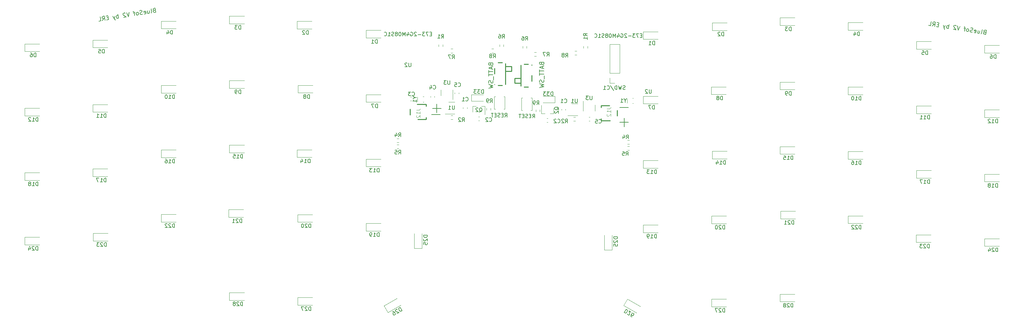
<source format=gbo>
G04 #@! TF.GenerationSoftware,KiCad,Pcbnew,(5.99.0-8557-g8988e46ab1)*
G04 #@! TF.CreationDate,2021-01-24T12:11:51-07:00*
G04 #@! TF.ProjectId,BlueSofPanel,426c7565-536f-4665-9061-6e656c2e6b69,rev?*
G04 #@! TF.SameCoordinates,PX85099e0PY51bada0*
G04 #@! TF.FileFunction,Legend,Bot*
G04 #@! TF.FilePolarity,Positive*
%FSLAX46Y46*%
G04 Gerber Fmt 4.6, Leading zero omitted, Abs format (unit mm)*
G04 Created by KiCad (PCBNEW (5.99.0-8557-g8988e46ab1)) date 2021-01-24 12:11:51*
%MOMM*%
%LPD*%
G01*
G04 APERTURE LIST*
%ADD10C,0.150000*%
%ADD11C,0.200000*%
%ADD12C,0.152000*%
%ADD13C,0.015000*%
%ADD14C,0.120000*%
%ADD15C,0.254000*%
G04 APERTURE END LIST*
D10*
X75610991Y17640094D02*
X75610991Y15354379D01*
X76753848Y16497236D02*
X74468134Y16497236D01*
D11*
X170646836Y40302237D02*
X170483434Y40275084D01*
X170423504Y40231542D01*
X170355379Y40136264D01*
X170330797Y39981056D01*
X170366145Y39869389D01*
X170409686Y39809459D01*
X170504964Y39741335D01*
X170918853Y39675781D01*
X171090931Y40762238D01*
X170728778Y40819598D01*
X170617112Y40784250D01*
X170557182Y40740708D01*
X170489057Y40645430D01*
X170472669Y40541958D01*
X170508017Y40430292D01*
X170551559Y40370361D01*
X170646836Y40302237D01*
X171008989Y40244878D01*
X169677187Y39872442D02*
X169788854Y39907789D01*
X169856978Y40003067D01*
X170004474Y40934316D01*
X168912393Y40736048D02*
X168797674Y40011743D01*
X169378018Y40662300D02*
X169287882Y40093203D01*
X169219757Y39997925D01*
X169108091Y39962578D01*
X168952883Y39987160D01*
X168857605Y40055285D01*
X168814063Y40115215D01*
X167874620Y40210974D02*
X167969898Y40142850D01*
X168176842Y40110073D01*
X168288508Y40145421D01*
X168356633Y40240699D01*
X168422186Y40654587D01*
X168386838Y40766253D01*
X168291560Y40834378D01*
X168084616Y40867155D01*
X167972950Y40831807D01*
X167904825Y40736529D01*
X167888437Y40633057D01*
X168389409Y40447643D01*
X167408995Y40284722D02*
X167245593Y40257568D01*
X166986913Y40298539D01*
X166891635Y40366664D01*
X166848093Y40426594D01*
X166812745Y40538260D01*
X166829133Y40641732D01*
X166897258Y40737010D01*
X166957188Y40780552D01*
X167068854Y40815900D01*
X167283993Y40834859D01*
X167395659Y40870207D01*
X167455589Y40913749D01*
X167523714Y41009027D01*
X167540102Y41112499D01*
X167504754Y41224165D01*
X167461213Y41284095D01*
X167365935Y41352220D01*
X167107254Y41393191D01*
X166943852Y41366037D01*
X166159136Y40429646D02*
X166270802Y40464994D01*
X166330732Y40508536D01*
X166398857Y40603814D01*
X166448022Y40914230D01*
X166412674Y41025896D01*
X166369132Y41085827D01*
X166273854Y41153951D01*
X166118646Y41178534D01*
X166006980Y41143186D01*
X165947050Y41099644D01*
X165878925Y41004366D01*
X165829760Y40693950D01*
X165865108Y40582284D01*
X165908650Y40522353D01*
X166003927Y40454229D01*
X166159136Y40429646D01*
X165601286Y41260475D02*
X165187397Y41326029D01*
X165331359Y40560753D02*
X165478854Y41492002D01*
X165443506Y41603669D01*
X165348228Y41671793D01*
X165244756Y41688181D01*
X164210035Y41852065D02*
X163675805Y40822967D01*
X163485730Y41966784D01*
X163158926Y41912477D02*
X163115384Y41972407D01*
X163020106Y42040531D01*
X162761426Y42081502D01*
X162649759Y42046155D01*
X162589829Y42002613D01*
X162521705Y41907335D01*
X162505316Y41803863D01*
X162532470Y41640460D01*
X163054972Y40921297D01*
X162382404Y41027822D01*
X161089002Y41232677D02*
X161261080Y42319134D01*
X161195527Y41905245D02*
X161100249Y41973370D01*
X160893304Y42006146D01*
X160781638Y41970799D01*
X160721708Y41927257D01*
X160653583Y41831979D01*
X160604418Y41521563D01*
X160639766Y41409896D01*
X160683308Y41349966D01*
X160778586Y41281842D01*
X160985530Y41249065D01*
X161097196Y41284413D01*
X160324208Y42096282D02*
X159950809Y41412949D01*
X159806847Y42178224D02*
X159950809Y41412949D01*
X160013310Y41137880D01*
X160056852Y41077950D01*
X160152130Y41009825D01*
X158540599Y42219677D02*
X158178447Y42277036D01*
X157933103Y41732522D02*
X158450463Y41650580D01*
X158622541Y42737037D01*
X158105181Y42818979D01*
X156846646Y41904600D02*
X157290740Y42364601D01*
X157467478Y41806270D02*
X157639556Y42892727D01*
X157225668Y42958280D01*
X157114001Y42922933D01*
X157054071Y42879391D01*
X156985947Y42784113D01*
X156961364Y42628905D01*
X156996712Y42517238D01*
X157040254Y42457308D01*
X157135532Y42389184D01*
X157549420Y42323630D01*
X155863661Y42060289D02*
X156381021Y41978347D01*
X156553099Y43064805D01*
X-48324348Y46047444D02*
X-48471362Y45971125D01*
X-48514904Y45911195D01*
X-48550252Y45799529D01*
X-48525669Y45644321D01*
X-48457545Y45549043D01*
X-48397614Y45505501D01*
X-48285948Y45470153D01*
X-47872060Y45535707D01*
X-48044138Y46622164D01*
X-48406290Y46564805D01*
X-48501568Y46496680D01*
X-48545110Y46436750D01*
X-48580457Y46325084D01*
X-48564069Y46221612D01*
X-48495945Y46126334D01*
X-48436014Y46082792D01*
X-48324348Y46047444D01*
X-47962196Y46104803D01*
X-49113725Y45339046D02*
X-49018447Y45407171D01*
X-48983099Y45518837D01*
X-49130595Y46450086D01*
X-50107957Y45924050D02*
X-49993238Y45199745D01*
X-49642332Y45997798D02*
X-49552196Y45428701D01*
X-49587544Y45317035D01*
X-49682822Y45248910D01*
X-49838030Y45224328D01*
X-49949696Y45259675D01*
X-50009626Y45303217D01*
X-50932681Y45103986D02*
X-50821015Y45068638D01*
X-50614071Y45101415D01*
X-50518793Y45169539D01*
X-50483445Y45281206D01*
X-50548999Y45695094D01*
X-50617123Y45790372D01*
X-50728789Y45825720D01*
X-50935733Y45792943D01*
X-51031011Y45724819D01*
X-51066359Y45613152D01*
X-51049971Y45509680D01*
X-50516222Y45488150D01*
X-51398306Y45030238D02*
X-51545320Y44953920D01*
X-51804000Y44912949D01*
X-51915666Y44948296D01*
X-51975596Y44991838D01*
X-52043721Y45087116D01*
X-52060109Y45190588D01*
X-52024762Y45302255D01*
X-51981220Y45362185D01*
X-51885942Y45430309D01*
X-51687192Y45514822D01*
X-51591914Y45582946D01*
X-51548372Y45642877D01*
X-51513024Y45754543D01*
X-51529413Y45858015D01*
X-51597537Y45953293D01*
X-51657467Y45996835D01*
X-51769134Y46032183D01*
X-52027814Y45991212D01*
X-52174828Y45914893D01*
X-52631777Y44781842D02*
X-52536499Y44849966D01*
X-52492957Y44909896D01*
X-52457609Y45021563D01*
X-52506774Y45331979D01*
X-52574899Y45427257D01*
X-52634829Y45470799D01*
X-52746495Y45506146D01*
X-52901704Y45481564D01*
X-52996982Y45413439D01*
X-53040523Y45353509D01*
X-53075871Y45241843D01*
X-53026706Y44931427D01*
X-52958582Y44836149D01*
X-52898651Y44792607D01*
X-52786985Y44757259D01*
X-52631777Y44781842D01*
X-53419064Y45399622D02*
X-53832953Y45334069D01*
X-53459554Y44650735D02*
X-53607049Y45581984D01*
X-53675173Y45677262D01*
X-53786840Y45712609D01*
X-53890312Y45696221D01*
X-54925033Y45532337D02*
X-55115108Y44388521D01*
X-55649338Y45417619D01*
X-55943366Y45264981D02*
X-56003296Y45308523D01*
X-56114962Y45343871D01*
X-56373643Y45302900D01*
X-56468921Y45234776D01*
X-56512462Y45174845D01*
X-56547810Y45063179D01*
X-56531422Y44959707D01*
X-56455103Y44812693D01*
X-55735940Y44290190D01*
X-56408509Y44183666D01*
X-57701910Y43978811D02*
X-57873988Y45065269D01*
X-57808435Y44651380D02*
X-57920101Y44686728D01*
X-58127045Y44653951D01*
X-58222323Y44585827D01*
X-58265865Y44525896D01*
X-58301213Y44414230D01*
X-58252048Y44103814D01*
X-58183923Y44008536D01*
X-58123993Y43964994D01*
X-58012327Y43929646D01*
X-57805382Y43962423D01*
X-57710104Y44030547D01*
X-58696142Y44563815D02*
X-58840104Y43798539D01*
X-59213502Y44481873D02*
X-58840104Y43798539D01*
X-58695660Y43556247D01*
X-58635730Y43512706D01*
X-58524064Y43477358D01*
X-60430585Y44130005D02*
X-60792738Y44072645D01*
X-60857810Y43478966D02*
X-60340449Y43560908D01*
X-60512527Y44647365D01*
X-61029888Y44565423D01*
X-61944267Y43306888D02*
X-61664056Y43881608D01*
X-61323434Y43405218D02*
X-61495512Y44491676D01*
X-61909401Y44426122D01*
X-62004679Y44357998D01*
X-62048220Y44298067D01*
X-62083568Y44186401D01*
X-62058985Y44031193D01*
X-61990861Y43935915D01*
X-61930931Y43892373D01*
X-61819265Y43857025D01*
X-61405376Y43922579D01*
X-62927252Y43151199D02*
X-62409891Y43233140D01*
X-62581969Y44319598D01*
D10*
X24824896Y18561522D02*
X27110611Y18561522D01*
X74453848Y20411522D02*
X76739563Y20411522D01*
X26182039Y21290094D02*
X26182039Y19004379D01*
X27324896Y20147236D02*
X25039182Y20147236D01*
X16121919Y12694856D02*
X16455253Y13171046D01*
X16693348Y12694856D02*
X16693348Y13694856D01*
X16312395Y13694856D01*
X16217157Y13647236D01*
X16169538Y13599617D01*
X16121919Y13504379D01*
X16121919Y13361522D01*
X16169538Y13266284D01*
X16217157Y13218665D01*
X16312395Y13171046D01*
X16693348Y13171046D01*
X15264776Y13361522D02*
X15264776Y12694856D01*
X15502872Y13742475D02*
X15740967Y13028189D01*
X15121919Y13028189D01*
D12*
X40413111Y31795294D02*
X40467539Y31632008D01*
X40521968Y31577579D01*
X40630825Y31523151D01*
X40794111Y31523151D01*
X40902968Y31577579D01*
X40957396Y31632008D01*
X41011825Y31740865D01*
X41011825Y32176294D01*
X39868825Y32176294D01*
X39868825Y31795294D01*
X39923254Y31686436D01*
X39977682Y31632008D01*
X40086539Y31577579D01*
X40195396Y31577579D01*
X40304254Y31632008D01*
X40358682Y31686436D01*
X40413111Y31795294D01*
X40413111Y32176294D01*
X40685254Y31087722D02*
X40685254Y30543436D01*
X41011825Y31196579D02*
X39868825Y30815579D01*
X41011825Y30434579D01*
X39868825Y30216865D02*
X39868825Y29563722D01*
X41011825Y29890294D02*
X39868825Y29890294D01*
X39868825Y29346008D02*
X39868825Y28692865D01*
X41011825Y29019436D02*
X39868825Y29019436D01*
X41120682Y28584008D02*
X41120682Y27713151D01*
X40957396Y27495436D02*
X41011825Y27332151D01*
X41011825Y27060008D01*
X40957396Y26951151D01*
X40902968Y26896722D01*
X40794111Y26842294D01*
X40685254Y26842294D01*
X40576396Y26896722D01*
X40521968Y26951151D01*
X40467539Y27060008D01*
X40413111Y27277722D01*
X40358682Y27386579D01*
X40304254Y27441008D01*
X40195396Y27495436D01*
X40086539Y27495436D01*
X39977682Y27441008D01*
X39923254Y27386579D01*
X39868825Y27277722D01*
X39868825Y27005579D01*
X39923254Y26842294D01*
X39868825Y26461294D02*
X41011825Y26189151D01*
X40195396Y25971436D01*
X41011825Y25753722D01*
X39868825Y25481579D01*
D10*
X-42967961Y5744856D02*
X-42967961Y6744856D01*
X-43206056Y6744856D01*
X-43348913Y6697236D01*
X-43444151Y6601998D01*
X-43491770Y6506760D01*
X-43539389Y6316284D01*
X-43539389Y6173427D01*
X-43491770Y5982951D01*
X-43444151Y5887713D01*
X-43348913Y5792475D01*
X-43206056Y5744856D01*
X-42967961Y5744856D01*
X-44491770Y5744856D02*
X-43920342Y5744856D01*
X-44206056Y5744856D02*
X-44206056Y6744856D01*
X-44110818Y6601998D01*
X-44015580Y6506760D01*
X-43920342Y6459141D01*
X-45348913Y6744856D02*
X-45158437Y6744856D01*
X-45063199Y6697236D01*
X-45015580Y6649617D01*
X-44920342Y6506760D01*
X-44872723Y6316284D01*
X-44872723Y5935332D01*
X-44920342Y5840094D01*
X-44967961Y5792475D01*
X-45063199Y5744856D01*
X-45253675Y5744856D01*
X-45348913Y5792475D01*
X-45396532Y5840094D01*
X-45444151Y5935332D01*
X-45444151Y6173427D01*
X-45396532Y6268665D01*
X-45348913Y6316284D01*
X-45253675Y6363903D01*
X-45063199Y6363903D01*
X-44967961Y6316284D01*
X-44920342Y6268665D01*
X-44872723Y6173427D01*
X174060991Y-655144D02*
X174060991Y344856D01*
X173822896Y344856D01*
X173680039Y297236D01*
X173584801Y201998D01*
X173537182Y106760D01*
X173489563Y-83716D01*
X173489563Y-226573D01*
X173537182Y-417049D01*
X173584801Y-512287D01*
X173680039Y-607525D01*
X173822896Y-655144D01*
X174060991Y-655144D01*
X172537182Y-655144D02*
X173108610Y-655144D01*
X172822896Y-655144D02*
X172822896Y344856D01*
X172918134Y201998D01*
X173013372Y106760D01*
X173108610Y59141D01*
X171965753Y-83716D02*
X172060991Y-36097D01*
X172108610Y11522D01*
X172156229Y106760D01*
X172156229Y154379D01*
X172108610Y249617D01*
X172060991Y297236D01*
X171965753Y344856D01*
X171775277Y344856D01*
X171680039Y297236D01*
X171632420Y249617D01*
X171584801Y154379D01*
X171584801Y106760D01*
X171632420Y11522D01*
X171680039Y-36097D01*
X171775277Y-83716D01*
X171965753Y-83716D01*
X172060991Y-131335D01*
X172108610Y-178954D01*
X172156229Y-274192D01*
X172156229Y-464668D01*
X172108610Y-559906D01*
X172060991Y-607525D01*
X171965753Y-655144D01*
X171775277Y-655144D01*
X171680039Y-607525D01*
X171632420Y-559906D01*
X171584801Y-464668D01*
X171584801Y-274192D01*
X171632420Y-178954D01*
X171680039Y-131335D01*
X171775277Y-83716D01*
X65874086Y39313903D02*
X65397896Y39647236D01*
X65874086Y39885332D02*
X64874086Y39885332D01*
X64874086Y39504379D01*
X64921706Y39409141D01*
X64969325Y39361522D01*
X65064563Y39313903D01*
X65207420Y39313903D01*
X65302658Y39361522D01*
X65350277Y39409141D01*
X65397896Y39504379D01*
X65397896Y39885332D01*
X65874086Y38361522D02*
X65874086Y38932951D01*
X65874086Y38647236D02*
X64874086Y38647236D01*
X65016944Y38742475D01*
X65112182Y38837713D01*
X65159801Y38932951D01*
X-43494151Y39744856D02*
X-43494151Y40744856D01*
X-43732246Y40744856D01*
X-43875104Y40697236D01*
X-43970342Y40601998D01*
X-44017961Y40506760D01*
X-44065580Y40316284D01*
X-44065580Y40173427D01*
X-44017961Y39982951D01*
X-43970342Y39887713D01*
X-43875104Y39792475D01*
X-43732246Y39744856D01*
X-43494151Y39744856D01*
X-44922723Y40411522D02*
X-44922723Y39744856D01*
X-44684627Y40792475D02*
X-44446532Y40078189D01*
X-45065580Y40078189D01*
X-7394151Y22794856D02*
X-7394151Y23794856D01*
X-7632246Y23794856D01*
X-7775104Y23747236D01*
X-7870342Y23651998D01*
X-7917961Y23556760D01*
X-7965580Y23366284D01*
X-7965580Y23223427D01*
X-7917961Y23032951D01*
X-7870342Y22937713D01*
X-7775104Y22842475D01*
X-7632246Y22794856D01*
X-7394151Y22794856D01*
X-8537008Y23366284D02*
X-8441770Y23413903D01*
X-8394151Y23461522D01*
X-8346532Y23556760D01*
X-8346532Y23604379D01*
X-8394151Y23699617D01*
X-8441770Y23747236D01*
X-8537008Y23794856D01*
X-8727485Y23794856D01*
X-8822723Y23747236D01*
X-8870342Y23699617D01*
X-8917961Y23604379D01*
X-8917961Y23556760D01*
X-8870342Y23461522D01*
X-8822723Y23413903D01*
X-8727485Y23366284D01*
X-8537008Y23366284D01*
X-8441770Y23318665D01*
X-8394151Y23271046D01*
X-8346532Y23175808D01*
X-8346532Y22985332D01*
X-8394151Y22890094D01*
X-8441770Y22842475D01*
X-8537008Y22794856D01*
X-8727485Y22794856D01*
X-8822723Y22842475D01*
X-8870342Y22890094D01*
X-8917961Y22985332D01*
X-8917961Y23175808D01*
X-8870342Y23271046D01*
X-8822723Y23318665D01*
X-8727485Y23366284D01*
X58063372Y16440094D02*
X58110991Y16392475D01*
X58253848Y16344856D01*
X58349086Y16344856D01*
X58491944Y16392475D01*
X58587182Y16487713D01*
X58634801Y16582951D01*
X58682420Y16773427D01*
X58682420Y16916284D01*
X58634801Y17106760D01*
X58587182Y17201998D01*
X58491944Y17297236D01*
X58349086Y17344856D01*
X58253848Y17344856D01*
X58110991Y17297236D01*
X58063372Y17249617D01*
X57682420Y17249617D02*
X57634801Y17297236D01*
X57539563Y17344856D01*
X57301467Y17344856D01*
X57206229Y17297236D01*
X57158610Y17249617D01*
X57110991Y17154379D01*
X57110991Y17059141D01*
X57158610Y16916284D01*
X57730039Y16344856D01*
X57110991Y16344856D01*
X-7017961Y-11305144D02*
X-7017961Y-10305144D01*
X-7256056Y-10305144D01*
X-7398913Y-10352764D01*
X-7494151Y-10448002D01*
X-7541770Y-10543240D01*
X-7589389Y-10733716D01*
X-7589389Y-10876573D01*
X-7541770Y-11067049D01*
X-7494151Y-11162287D01*
X-7398913Y-11257525D01*
X-7256056Y-11305144D01*
X-7017961Y-11305144D01*
X-7970342Y-10400383D02*
X-8017961Y-10352764D01*
X-8113199Y-10305144D01*
X-8351294Y-10305144D01*
X-8446532Y-10352764D01*
X-8494151Y-10400383D01*
X-8541770Y-10495621D01*
X-8541770Y-10590859D01*
X-8494151Y-10733716D01*
X-7922723Y-11305144D01*
X-8541770Y-11305144D01*
X-9160818Y-10305144D02*
X-9256056Y-10305144D01*
X-9351294Y-10352764D01*
X-9398913Y-10400383D01*
X-9446532Y-10495621D01*
X-9494151Y-10686097D01*
X-9494151Y-10924192D01*
X-9446532Y-11114668D01*
X-9398913Y-11209906D01*
X-9351294Y-11257525D01*
X-9256056Y-11305144D01*
X-9160818Y-11305144D01*
X-9065580Y-11257525D01*
X-9017961Y-11209906D01*
X-8970342Y-11114668D01*
X-8922723Y-10924192D01*
X-8922723Y-10686097D01*
X-8970342Y-10495621D01*
X-9017961Y-10400383D01*
X-9065580Y-10352764D01*
X-9160818Y-10305144D01*
X156110991Y344856D02*
X156110991Y1344856D01*
X155872896Y1344856D01*
X155730039Y1297236D01*
X155634801Y1201998D01*
X155587182Y1106760D01*
X155539563Y916284D01*
X155539563Y773427D01*
X155587182Y582951D01*
X155634801Y487713D01*
X155730039Y392475D01*
X155872896Y344856D01*
X156110991Y344856D01*
X154587182Y344856D02*
X155158610Y344856D01*
X154872896Y344856D02*
X154872896Y1344856D01*
X154968134Y1201998D01*
X155063372Y1106760D01*
X155158610Y1059141D01*
X154253848Y1344856D02*
X153587182Y1344856D01*
X154015753Y344856D01*
X51449086Y17644856D02*
X51782420Y18121046D01*
X52020515Y17644856D02*
X52020515Y18644856D01*
X51639563Y18644856D01*
X51544325Y18597236D01*
X51496706Y18549617D01*
X51449086Y18454379D01*
X51449086Y18311522D01*
X51496706Y18216284D01*
X51544325Y18168665D01*
X51639563Y18121046D01*
X52020515Y18121046D01*
X51020515Y18168665D02*
X50687182Y18168665D01*
X50544325Y17644856D02*
X51020515Y17644856D01*
X51020515Y18644856D01*
X50544325Y18644856D01*
X50163372Y17692475D02*
X50020515Y17644856D01*
X49782420Y17644856D01*
X49687182Y17692475D01*
X49639563Y17740094D01*
X49591944Y17835332D01*
X49591944Y17930570D01*
X49639563Y18025808D01*
X49687182Y18073427D01*
X49782420Y18121046D01*
X49972896Y18168665D01*
X50068134Y18216284D01*
X50115753Y18263903D01*
X50163372Y18359141D01*
X50163372Y18454379D01*
X50115753Y18549617D01*
X50068134Y18597236D01*
X49972896Y18644856D01*
X49734801Y18644856D01*
X49591944Y18597236D01*
X49163372Y18168665D02*
X48830039Y18168665D01*
X48687182Y17644856D02*
X49163372Y17644856D01*
X49163372Y18644856D01*
X48687182Y18644856D01*
X48401467Y18644856D02*
X47830039Y18644856D01*
X48115753Y17644856D02*
X48115753Y18644856D01*
X10505849Y37344856D02*
X10505849Y38344856D01*
X10267754Y38344856D01*
X10124896Y38297236D01*
X10029658Y38201998D01*
X9982039Y38106760D01*
X9934420Y37916284D01*
X9934420Y37773427D01*
X9982039Y37582951D01*
X10029658Y37487713D01*
X10124896Y37392475D01*
X10267754Y37344856D01*
X10505849Y37344856D01*
X8982039Y37344856D02*
X9553468Y37344856D01*
X9267754Y37344856D02*
X9267754Y38344856D01*
X9362992Y38201998D01*
X9458230Y38106760D01*
X9553468Y38059141D01*
X59863372Y21740094D02*
X59910991Y21692475D01*
X60053848Y21644856D01*
X60149086Y21644856D01*
X60291944Y21692475D01*
X60387182Y21787713D01*
X60434801Y21882951D01*
X60482420Y22073427D01*
X60482420Y22216284D01*
X60434801Y22406760D01*
X60387182Y22501998D01*
X60291944Y22597236D01*
X60149086Y22644856D01*
X60053848Y22644856D01*
X59910991Y22597236D01*
X59863372Y22549617D01*
X58910991Y21644856D02*
X59482420Y21644856D01*
X59196706Y21644856D02*
X59196706Y22644856D01*
X59291944Y22501998D01*
X59387182Y22406760D01*
X59482420Y22359141D01*
X20393944Y23023427D02*
X20870134Y23023427D01*
X19870134Y23356760D02*
X20393944Y23023427D01*
X19870134Y22690094D01*
X20870134Y21832951D02*
X20870134Y22404379D01*
X20870134Y22118665D02*
X19870134Y22118665D01*
X20012992Y22213903D01*
X20108230Y22309141D01*
X20155849Y22404379D01*
X10982039Y-13655144D02*
X10982039Y-12655144D01*
X10743944Y-12655144D01*
X10601087Y-12702764D01*
X10505849Y-12798002D01*
X10458230Y-12893240D01*
X10410611Y-13083716D01*
X10410611Y-13226573D01*
X10458230Y-13417049D01*
X10505849Y-13512287D01*
X10601087Y-13607525D01*
X10743944Y-13655144D01*
X10982039Y-13655144D01*
X9458230Y-13655144D02*
X10029658Y-13655144D01*
X9743944Y-13655144D02*
X9743944Y-12655144D01*
X9839182Y-12798002D01*
X9934420Y-12893240D01*
X10029658Y-12940859D01*
X8982039Y-13655144D02*
X8791563Y-13655144D01*
X8696325Y-13607525D01*
X8648706Y-13559906D01*
X8553468Y-13417049D01*
X8505849Y-13226573D01*
X8505849Y-12845621D01*
X8553468Y-12750383D01*
X8601087Y-12702764D01*
X8696325Y-12655144D01*
X8886801Y-12655144D01*
X8982039Y-12702764D01*
X9029658Y-12750383D01*
X9077277Y-12845621D01*
X9077277Y-13083716D01*
X9029658Y-13178954D01*
X8982039Y-13226573D01*
X8886801Y-13274192D01*
X8696325Y-13274192D01*
X8601087Y-13226573D01*
X8553468Y-13178954D01*
X8505849Y-13083716D01*
X-25017961Y7044856D02*
X-25017961Y8044856D01*
X-25256056Y8044856D01*
X-25398913Y7997236D01*
X-25494151Y7901998D01*
X-25541770Y7806760D01*
X-25589389Y7616284D01*
X-25589389Y7473427D01*
X-25541770Y7282951D01*
X-25494151Y7187713D01*
X-25398913Y7092475D01*
X-25256056Y7044856D01*
X-25017961Y7044856D01*
X-26541770Y7044856D02*
X-25970342Y7044856D01*
X-26256056Y7044856D02*
X-26256056Y8044856D01*
X-26160818Y7901998D01*
X-26065580Y7806760D01*
X-25970342Y7759141D01*
X-27446532Y8044856D02*
X-26970342Y8044856D01*
X-26922723Y7568665D01*
X-26970342Y7616284D01*
X-27065580Y7663903D01*
X-27303675Y7663903D01*
X-27398913Y7616284D01*
X-27446532Y7568665D01*
X-27494151Y7473427D01*
X-27494151Y7235332D01*
X-27446532Y7140094D01*
X-27398913Y7092475D01*
X-27303675Y7044856D01*
X-27065580Y7044856D01*
X-26970342Y7092475D01*
X-26922723Y7140094D01*
X37389992Y19199617D02*
X37485230Y19247236D01*
X37580468Y19342475D01*
X37723325Y19485332D01*
X37818563Y19532951D01*
X37913801Y19532951D01*
X37866182Y19294856D02*
X37961420Y19342475D01*
X38056658Y19437713D01*
X38104277Y19628189D01*
X38104277Y19961522D01*
X38056658Y20151998D01*
X37961420Y20247236D01*
X37866182Y20294856D01*
X37675706Y20294856D01*
X37580468Y20247236D01*
X37485230Y20151998D01*
X37437611Y19961522D01*
X37437611Y19628189D01*
X37485230Y19437713D01*
X37580468Y19342475D01*
X37675706Y19294856D01*
X37866182Y19294856D01*
X37056658Y20199617D02*
X37009039Y20247236D01*
X36913801Y20294856D01*
X36675706Y20294856D01*
X36580468Y20247236D01*
X36532849Y20199617D01*
X36485230Y20104379D01*
X36485230Y20009141D01*
X36532849Y19866284D01*
X37104277Y19294856D01*
X36485230Y19294856D01*
D13*
X71038692Y20055625D02*
X71754750Y20055625D01*
X71897961Y20103362D01*
X71993435Y20198836D01*
X72041172Y20342048D01*
X72041172Y20437522D01*
X72041172Y19053145D02*
X72041172Y19625991D01*
X72041172Y19339568D02*
X71038692Y19339568D01*
X71181904Y19435042D01*
X71277378Y19530516D01*
X71325115Y19625991D01*
X71134167Y18671248D02*
X71086430Y18623511D01*
X71038692Y18528036D01*
X71038692Y18289351D01*
X71086430Y18193876D01*
X71134167Y18146139D01*
X71229641Y18098402D01*
X71325115Y18098402D01*
X71468327Y18146139D01*
X72041172Y18718985D01*
X72041172Y18098402D01*
D10*
X-25494151Y41044856D02*
X-25494151Y42044856D01*
X-25732246Y42044856D01*
X-25875104Y41997236D01*
X-25970342Y41901998D01*
X-26017961Y41806760D01*
X-26065580Y41616284D01*
X-26065580Y41473427D01*
X-26017961Y41282951D01*
X-25970342Y41187713D01*
X-25875104Y41092475D01*
X-25732246Y41044856D01*
X-25494151Y41044856D01*
X-26398913Y42044856D02*
X-27017961Y42044856D01*
X-26684627Y41663903D01*
X-26827485Y41663903D01*
X-26922723Y41616284D01*
X-26970342Y41568665D01*
X-27017961Y41473427D01*
X-27017961Y41235332D01*
X-26970342Y41140094D01*
X-26922723Y41092475D01*
X-26827485Y41044856D01*
X-26541770Y41044856D01*
X-26446532Y41092475D01*
X-26398913Y41140094D01*
X-61494151Y34744856D02*
X-61494151Y35744856D01*
X-61732246Y35744856D01*
X-61875104Y35697236D01*
X-61970342Y35601998D01*
X-62017961Y35506760D01*
X-62065580Y35316284D01*
X-62065580Y35173427D01*
X-62017961Y34982951D01*
X-61970342Y34887713D01*
X-61875104Y34792475D01*
X-61732246Y34744856D01*
X-61494151Y34744856D01*
X-62970342Y35744856D02*
X-62494151Y35744856D01*
X-62446532Y35268665D01*
X-62494151Y35316284D01*
X-62589389Y35363903D01*
X-62827485Y35363903D01*
X-62922723Y35316284D01*
X-62970342Y35268665D01*
X-63017961Y35173427D01*
X-63017961Y34935332D01*
X-62970342Y34840094D01*
X-62922723Y34792475D01*
X-62827485Y34744856D01*
X-62589389Y34744856D01*
X-62494151Y34792475D01*
X-62446532Y34840094D01*
D13*
X20802812Y19711911D02*
X21518870Y19711911D01*
X21662081Y19759648D01*
X21757555Y19855122D01*
X21805292Y19998334D01*
X21805292Y20093808D01*
X21805292Y18709431D02*
X21805292Y19282277D01*
X21805292Y18995854D02*
X20802812Y18995854D01*
X20946024Y19091328D01*
X21041498Y19186802D01*
X21089235Y19282277D01*
X20898287Y18327534D02*
X20850550Y18279797D01*
X20802812Y18184322D01*
X20802812Y17945637D01*
X20850550Y17850162D01*
X20898287Y17802425D01*
X20993761Y17754688D01*
X21089235Y17754688D01*
X21232447Y17802425D01*
X21805292Y18375271D01*
X21805292Y17754688D01*
D10*
X120110991Y6644856D02*
X120110991Y7644856D01*
X119872896Y7644856D01*
X119730039Y7597236D01*
X119634801Y7501998D01*
X119587182Y7406760D01*
X119539563Y7216284D01*
X119539563Y7073427D01*
X119587182Y6882951D01*
X119634801Y6787713D01*
X119730039Y6692475D01*
X119872896Y6644856D01*
X120110991Y6644856D01*
X118587182Y6644856D02*
X119158610Y6644856D01*
X118872896Y6644856D02*
X118872896Y7644856D01*
X118968134Y7501998D01*
X119063372Y7406760D01*
X119158610Y7359141D01*
X117682420Y7644856D02*
X118158610Y7644856D01*
X118206229Y7168665D01*
X118158610Y7216284D01*
X118063372Y7263903D01*
X117825277Y7263903D01*
X117730039Y7216284D01*
X117682420Y7168665D01*
X117634801Y7073427D01*
X117634801Y6835332D01*
X117682420Y6740094D01*
X117730039Y6692475D01*
X117825277Y6644856D01*
X118063372Y6644856D01*
X118158610Y6692475D01*
X118206229Y6740094D01*
X52563372Y21144856D02*
X52896706Y21621046D01*
X53134801Y21144856D02*
X53134801Y22144856D01*
X52753848Y22144856D01*
X52658610Y22097236D01*
X52610991Y22049617D01*
X52563372Y21954379D01*
X52563372Y21811522D01*
X52610991Y21716284D01*
X52658610Y21668665D01*
X52753848Y21621046D01*
X53134801Y21621046D01*
X52087182Y21144856D02*
X51896706Y21144856D01*
X51801467Y21192475D01*
X51753848Y21240094D01*
X51658610Y21382951D01*
X51610991Y21573427D01*
X51610991Y21954379D01*
X51658610Y22049617D01*
X51706229Y22097236D01*
X51801467Y22144856D01*
X51991944Y22144856D01*
X52087182Y22097236D01*
X52134801Y22049617D01*
X52182420Y21954379D01*
X52182420Y21716284D01*
X52134801Y21621046D01*
X52087182Y21573427D01*
X51991944Y21525808D01*
X51801467Y21525808D01*
X51706229Y21573427D01*
X51658610Y21621046D01*
X51610991Y21716284D01*
D12*
X53815063Y31973036D02*
X53869491Y31809751D01*
X53923920Y31755322D01*
X54032777Y31700894D01*
X54196063Y31700894D01*
X54304920Y31755322D01*
X54359348Y31809751D01*
X54413777Y31918608D01*
X54413777Y32354036D01*
X53270777Y32354036D01*
X53270777Y31973036D01*
X53325206Y31864179D01*
X53379634Y31809751D01*
X53488491Y31755322D01*
X53597348Y31755322D01*
X53706206Y31809751D01*
X53760634Y31864179D01*
X53815063Y31973036D01*
X53815063Y32354036D01*
X54087206Y31265465D02*
X54087206Y30721179D01*
X54413777Y31374322D02*
X53270777Y30993322D01*
X54413777Y30612322D01*
X53270777Y30394608D02*
X53270777Y29741465D01*
X54413777Y30068036D02*
X53270777Y30068036D01*
X53270777Y29523751D02*
X53270777Y28870608D01*
X54413777Y29197179D02*
X53270777Y29197179D01*
X54522634Y28761751D02*
X54522634Y27890894D01*
X54359348Y27673179D02*
X54413777Y27509894D01*
X54413777Y27237751D01*
X54359348Y27128894D01*
X54304920Y27074465D01*
X54196063Y27020036D01*
X54087206Y27020036D01*
X53978348Y27074465D01*
X53923920Y27128894D01*
X53869491Y27237751D01*
X53815063Y27455465D01*
X53760634Y27564322D01*
X53706206Y27618751D01*
X53597348Y27673179D01*
X53488491Y27673179D01*
X53379634Y27618751D01*
X53325206Y27564322D01*
X53270777Y27455465D01*
X53270777Y27183322D01*
X53325206Y27020036D01*
X53270777Y26639036D02*
X54413777Y26366894D01*
X53597348Y26149179D01*
X54413777Y25931465D01*
X53270777Y25659322D01*
D10*
X49563372Y38144856D02*
X49896706Y38621046D01*
X50134801Y38144856D02*
X50134801Y39144856D01*
X49753848Y39144856D01*
X49658610Y39097236D01*
X49610991Y39049617D01*
X49563372Y38954379D01*
X49563372Y38811522D01*
X49610991Y38716284D01*
X49658610Y38668665D01*
X49753848Y38621046D01*
X50134801Y38621046D01*
X48706229Y39144856D02*
X48896706Y39144856D01*
X48991944Y39097236D01*
X49039563Y39049617D01*
X49134801Y38906760D01*
X49182420Y38716284D01*
X49182420Y38335332D01*
X49134801Y38240094D01*
X49087182Y38192475D01*
X48991944Y38144856D01*
X48801467Y38144856D01*
X48706229Y38192475D01*
X48658610Y38240094D01*
X48610991Y38335332D01*
X48610991Y38573427D01*
X48658610Y38668665D01*
X48706229Y38716284D01*
X48801467Y38763903D01*
X48991944Y38763903D01*
X49087182Y38716284D01*
X49134801Y38668665D01*
X49182420Y38573427D01*
X-78967961Y16744856D02*
X-78967961Y17744856D01*
X-79206056Y17744856D01*
X-79348913Y17697236D01*
X-79444151Y17601998D01*
X-79491770Y17506760D01*
X-79539389Y17316284D01*
X-79539389Y17173427D01*
X-79491770Y16982951D01*
X-79444151Y16887713D01*
X-79348913Y16792475D01*
X-79206056Y16744856D01*
X-78967961Y16744856D01*
X-80491770Y16744856D02*
X-79920342Y16744856D01*
X-80206056Y16744856D02*
X-80206056Y17744856D01*
X-80110818Y17601998D01*
X-80015580Y17506760D01*
X-79920342Y17459141D01*
X-80872723Y17649617D02*
X-80920342Y17697236D01*
X-81015580Y17744856D01*
X-81253675Y17744856D01*
X-81348913Y17697236D01*
X-81396532Y17649617D01*
X-81444151Y17554379D01*
X-81444151Y17459141D01*
X-81396532Y17316284D01*
X-80825104Y16744856D01*
X-81444151Y16744856D01*
X40261420Y21694856D02*
X40594754Y22171046D01*
X40832849Y21694856D02*
X40832849Y22694856D01*
X40451896Y22694856D01*
X40356658Y22647236D01*
X40309039Y22599617D01*
X40261420Y22504379D01*
X40261420Y22361522D01*
X40309039Y22266284D01*
X40356658Y22218665D01*
X40451896Y22171046D01*
X40832849Y22171046D01*
X39785230Y21694856D02*
X39594754Y21694856D01*
X39499515Y21742475D01*
X39451896Y21790094D01*
X39356658Y21932951D01*
X39309039Y22123427D01*
X39309039Y22504379D01*
X39356658Y22599617D01*
X39404277Y22647236D01*
X39499515Y22694856D01*
X39689992Y22694856D01*
X39785230Y22647236D01*
X39832849Y22599617D01*
X39880468Y22504379D01*
X39880468Y22266284D01*
X39832849Y22171046D01*
X39785230Y22123427D01*
X39689992Y22075808D01*
X39499515Y22075808D01*
X39404277Y22123427D01*
X39356658Y22171046D01*
X39309039Y22266284D01*
X10982039Y3344856D02*
X10982039Y4344856D01*
X10743944Y4344856D01*
X10601087Y4297236D01*
X10505849Y4201998D01*
X10458230Y4106760D01*
X10410611Y3916284D01*
X10410611Y3773427D01*
X10458230Y3582951D01*
X10505849Y3487713D01*
X10601087Y3392475D01*
X10743944Y3344856D01*
X10982039Y3344856D01*
X9458230Y3344856D02*
X10029658Y3344856D01*
X9743944Y3344856D02*
X9743944Y4344856D01*
X9839182Y4201998D01*
X9934420Y4106760D01*
X10029658Y4059141D01*
X9124896Y4344856D02*
X8505849Y4344856D01*
X8839182Y3963903D01*
X8696325Y3963903D01*
X8601087Y3916284D01*
X8553468Y3868665D01*
X8505849Y3773427D01*
X8505849Y3535332D01*
X8553468Y3440094D01*
X8601087Y3392475D01*
X8696325Y3344856D01*
X8982039Y3344856D01*
X9077277Y3392475D01*
X9124896Y3440094D01*
X76099051Y-32835898D02*
X75599051Y-33701924D01*
X75805247Y-33820971D01*
X75952775Y-33851161D01*
X76082872Y-33816301D01*
X76171731Y-33757632D01*
X76308208Y-33616484D01*
X76379637Y-33492766D01*
X76433635Y-33304000D01*
X76440015Y-33197711D01*
X76405156Y-33067614D01*
X76305247Y-32954946D01*
X76099051Y-32835898D01*
X76471456Y-34095636D02*
X76488886Y-34160684D01*
X76547555Y-34249543D01*
X76753751Y-34368590D01*
X76860039Y-34374970D01*
X76925088Y-34357540D01*
X77013947Y-34298871D01*
X77061566Y-34216393D01*
X77091755Y-34068865D01*
X76882597Y-33288279D01*
X77418708Y-33597803D01*
X77661016Y-34892400D02*
X77496059Y-34797162D01*
X77437390Y-34708303D01*
X77419960Y-34643255D01*
X77408910Y-34471918D01*
X77462909Y-34283151D01*
X77653385Y-33953236D01*
X77742243Y-33894567D01*
X77807292Y-33877138D01*
X77913580Y-33883517D01*
X78078537Y-33978755D01*
X78137206Y-34067614D01*
X78154636Y-34132663D01*
X78148256Y-34238951D01*
X78029209Y-34445147D01*
X77940350Y-34503816D01*
X77875302Y-34521246D01*
X77769014Y-34514866D01*
X77604056Y-34419628D01*
X77545387Y-34330770D01*
X77527957Y-34265721D01*
X77534337Y-34159433D01*
X-25217961Y-10005144D02*
X-25217961Y-9005144D01*
X-25456056Y-9005144D01*
X-25598913Y-9052764D01*
X-25694151Y-9148002D01*
X-25741770Y-9243240D01*
X-25789389Y-9433716D01*
X-25789389Y-9576573D01*
X-25741770Y-9767049D01*
X-25694151Y-9862287D01*
X-25598913Y-9957525D01*
X-25456056Y-10005144D01*
X-25217961Y-10005144D01*
X-26170342Y-9100383D02*
X-26217961Y-9052764D01*
X-26313199Y-9005144D01*
X-26551294Y-9005144D01*
X-26646532Y-9052764D01*
X-26694151Y-9100383D01*
X-26741770Y-9195621D01*
X-26741770Y-9290859D01*
X-26694151Y-9433716D01*
X-26122723Y-10005144D01*
X-26741770Y-10005144D01*
X-27694151Y-10005144D02*
X-27122723Y-10005144D01*
X-27408437Y-10005144D02*
X-27408437Y-9005144D01*
X-27313199Y-9148002D01*
X-27217961Y-9243240D01*
X-27122723Y-9290859D01*
X102110991Y-11705144D02*
X102110991Y-10705144D01*
X101872896Y-10705144D01*
X101730039Y-10752764D01*
X101634801Y-10848002D01*
X101587182Y-10943240D01*
X101539563Y-11133716D01*
X101539563Y-11276573D01*
X101587182Y-11467049D01*
X101634801Y-11562287D01*
X101730039Y-11657525D01*
X101872896Y-11705144D01*
X102110991Y-11705144D01*
X101158610Y-10800383D02*
X101110991Y-10752764D01*
X101015753Y-10705144D01*
X100777658Y-10705144D01*
X100682420Y-10752764D01*
X100634801Y-10800383D01*
X100587182Y-10895621D01*
X100587182Y-10990859D01*
X100634801Y-11133716D01*
X101206229Y-11705144D01*
X100587182Y-11705144D01*
X99968134Y-10705144D02*
X99872896Y-10705144D01*
X99777658Y-10752764D01*
X99730039Y-10800383D01*
X99682420Y-10895621D01*
X99634801Y-11086097D01*
X99634801Y-11324192D01*
X99682420Y-11514668D01*
X99730039Y-11609906D01*
X99777658Y-11657525D01*
X99872896Y-11705144D01*
X99968134Y-11705144D01*
X100063372Y-11657525D01*
X100110991Y-11609906D01*
X100158610Y-11514668D01*
X100206229Y-11324192D01*
X100206229Y-11086097D01*
X100158610Y-10895621D01*
X100110991Y-10800383D01*
X100063372Y-10752764D01*
X99968134Y-10705144D01*
X-7694151Y39694856D02*
X-7694151Y40694856D01*
X-7932246Y40694856D01*
X-8075104Y40647236D01*
X-8170342Y40551998D01*
X-8217961Y40456760D01*
X-8265580Y40266284D01*
X-8265580Y40123427D01*
X-8217961Y39932951D01*
X-8170342Y39837713D01*
X-8075104Y39742475D01*
X-7932246Y39694856D01*
X-7694151Y39694856D01*
X-8646532Y40599617D02*
X-8694151Y40647236D01*
X-8789389Y40694856D01*
X-9027485Y40694856D01*
X-9122723Y40647236D01*
X-9170342Y40599617D01*
X-9217961Y40504379D01*
X-9217961Y40409141D01*
X-9170342Y40266284D01*
X-8598913Y39694856D01*
X-9217961Y39694856D01*
X174110991Y-17655144D02*
X174110991Y-16655144D01*
X173872896Y-16655144D01*
X173730039Y-16702764D01*
X173634801Y-16798002D01*
X173587182Y-16893240D01*
X173539563Y-17083716D01*
X173539563Y-17226573D01*
X173587182Y-17417049D01*
X173634801Y-17512287D01*
X173730039Y-17607525D01*
X173872896Y-17655144D01*
X174110991Y-17655144D01*
X173158610Y-16750383D02*
X173110991Y-16702764D01*
X173015753Y-16655144D01*
X172777658Y-16655144D01*
X172682420Y-16702764D01*
X172634801Y-16750383D01*
X172587182Y-16845621D01*
X172587182Y-16940859D01*
X172634801Y-17083716D01*
X173206229Y-17655144D01*
X172587182Y-17655144D01*
X171730039Y-16988478D02*
X171730039Y-17655144D01*
X171968134Y-16607525D02*
X172206229Y-17321811D01*
X171587182Y-17321811D01*
X-7217961Y5794856D02*
X-7217961Y6794856D01*
X-7456056Y6794856D01*
X-7598913Y6747236D01*
X-7694151Y6651998D01*
X-7741770Y6556760D01*
X-7789389Y6366284D01*
X-7789389Y6223427D01*
X-7741770Y6032951D01*
X-7694151Y5937713D01*
X-7598913Y5842475D01*
X-7456056Y5794856D01*
X-7217961Y5794856D01*
X-8741770Y5794856D02*
X-8170342Y5794856D01*
X-8456056Y5794856D02*
X-8456056Y6794856D01*
X-8360818Y6651998D01*
X-8265580Y6556760D01*
X-8170342Y6509141D01*
X-9598913Y6461522D02*
X-9598913Y5794856D01*
X-9360818Y6842475D02*
X-9122723Y6128189D01*
X-9741770Y6128189D01*
X138060991Y22344856D02*
X138060991Y23344856D01*
X137822896Y23344856D01*
X137680039Y23297236D01*
X137584801Y23201998D01*
X137537182Y23106760D01*
X137489563Y22916284D01*
X137489563Y22773427D01*
X137537182Y22582951D01*
X137584801Y22487713D01*
X137680039Y22392475D01*
X137822896Y22344856D01*
X138060991Y22344856D01*
X136537182Y22344856D02*
X137108610Y22344856D01*
X136822896Y22344856D02*
X136822896Y23344856D01*
X136918134Y23201998D01*
X137013372Y23106760D01*
X137108610Y23059141D01*
X135918134Y23344856D02*
X135822896Y23344856D01*
X135727658Y23297236D01*
X135680039Y23249617D01*
X135632420Y23154379D01*
X135584801Y22963903D01*
X135584801Y22725808D01*
X135632420Y22535332D01*
X135680039Y22440094D01*
X135727658Y22392475D01*
X135822896Y22344856D01*
X135918134Y22344856D01*
X136013372Y22392475D01*
X136060991Y22440094D01*
X136108610Y22535332D01*
X136156229Y22725808D01*
X136156229Y22963903D01*
X136108610Y23154379D01*
X136060991Y23249617D01*
X136013372Y23297236D01*
X135918134Y23344856D01*
X-61017961Y744856D02*
X-61017961Y1744856D01*
X-61256056Y1744856D01*
X-61398913Y1697236D01*
X-61494151Y1601998D01*
X-61541770Y1506760D01*
X-61589389Y1316284D01*
X-61589389Y1173427D01*
X-61541770Y982951D01*
X-61494151Y887713D01*
X-61398913Y792475D01*
X-61256056Y744856D01*
X-61017961Y744856D01*
X-62541770Y744856D02*
X-61970342Y744856D01*
X-62256056Y744856D02*
X-62256056Y1744856D01*
X-62160818Y1601998D01*
X-62065580Y1506760D01*
X-61970342Y1459141D01*
X-62875104Y1744856D02*
X-63541770Y1744856D01*
X-63113199Y744856D01*
X38509039Y24094856D02*
X38509039Y25094856D01*
X38270944Y25094856D01*
X38128087Y25047236D01*
X38032849Y24951998D01*
X37985230Y24856760D01*
X37937611Y24666284D01*
X37937611Y24523427D01*
X37985230Y24332951D01*
X38032849Y24237713D01*
X38128087Y24142475D01*
X38270944Y24094856D01*
X38509039Y24094856D01*
X37604277Y25094856D02*
X36985230Y25094856D01*
X37318563Y24713903D01*
X37175706Y24713903D01*
X37080468Y24666284D01*
X37032849Y24618665D01*
X36985230Y24523427D01*
X36985230Y24285332D01*
X37032849Y24190094D01*
X37080468Y24142475D01*
X37175706Y24094856D01*
X37461420Y24094856D01*
X37556658Y24142475D01*
X37604277Y24190094D01*
X36651896Y25094856D02*
X36032849Y25094856D01*
X36366182Y24713903D01*
X36223325Y24713903D01*
X36128087Y24666284D01*
X36080468Y24618665D01*
X36032849Y24523427D01*
X36032849Y24285332D01*
X36080468Y24190094D01*
X36128087Y24142475D01*
X36223325Y24094856D01*
X36509039Y24094856D01*
X36604277Y24142475D01*
X36651896Y24190094D01*
X55213372Y33969856D02*
X55546706Y34446046D01*
X55784801Y33969856D02*
X55784801Y34969856D01*
X55403848Y34969856D01*
X55308610Y34922236D01*
X55260991Y34874617D01*
X55213372Y34779379D01*
X55213372Y34636522D01*
X55260991Y34541284D01*
X55308610Y34493665D01*
X55403848Y34446046D01*
X55784801Y34446046D01*
X54880039Y34969856D02*
X54213372Y34969856D01*
X54641944Y33969856D01*
X120110991Y-32305144D02*
X120110991Y-31305144D01*
X119872896Y-31305144D01*
X119730039Y-31352764D01*
X119634801Y-31448002D01*
X119587182Y-31543240D01*
X119539563Y-31733716D01*
X119539563Y-31876573D01*
X119587182Y-32067049D01*
X119634801Y-32162287D01*
X119730039Y-32257525D01*
X119872896Y-32305144D01*
X120110991Y-32305144D01*
X119158610Y-31400383D02*
X119110991Y-31352764D01*
X119015753Y-31305144D01*
X118777658Y-31305144D01*
X118682420Y-31352764D01*
X118634801Y-31400383D01*
X118587182Y-31495621D01*
X118587182Y-31590859D01*
X118634801Y-31733716D01*
X119206229Y-32305144D01*
X118587182Y-32305144D01*
X118015753Y-31733716D02*
X118110991Y-31686097D01*
X118158610Y-31638478D01*
X118206229Y-31543240D01*
X118206229Y-31495621D01*
X118158610Y-31400383D01*
X118110991Y-31352764D01*
X118015753Y-31305144D01*
X117825277Y-31305144D01*
X117730039Y-31352764D01*
X117682420Y-31400383D01*
X117634801Y-31495621D01*
X117634801Y-31543240D01*
X117682420Y-31638478D01*
X117730039Y-31686097D01*
X117825277Y-31733716D01*
X118015753Y-31733716D01*
X118110991Y-31781335D01*
X118158610Y-31828954D01*
X118206229Y-31924192D01*
X118206229Y-32114668D01*
X118158610Y-32209906D01*
X118110991Y-32257525D01*
X118015753Y-32305144D01*
X117825277Y-32305144D01*
X117730039Y-32257525D01*
X117682420Y-32209906D01*
X117634801Y-32114668D01*
X117634801Y-31924192D01*
X117682420Y-31828954D01*
X117730039Y-31781335D01*
X117825277Y-31733716D01*
X27409420Y38694856D02*
X27742754Y39171046D01*
X27980849Y38694856D02*
X27980849Y39694856D01*
X27599896Y39694856D01*
X27504658Y39647236D01*
X27457039Y39599617D01*
X27409420Y39504379D01*
X27409420Y39361522D01*
X27457039Y39266284D01*
X27504658Y39218665D01*
X27599896Y39171046D01*
X27980849Y39171046D01*
X26457039Y38694856D02*
X27028468Y38694856D01*
X26742754Y38694856D02*
X26742754Y39694856D01*
X26837992Y39551998D01*
X26933230Y39456760D01*
X27028468Y39409141D01*
X56810991Y23544856D02*
X56810991Y24544856D01*
X56572896Y24544856D01*
X56430039Y24497236D01*
X56334801Y24401998D01*
X56287182Y24306760D01*
X56239563Y24116284D01*
X56239563Y23973427D01*
X56287182Y23782951D01*
X56334801Y23687713D01*
X56430039Y23592475D01*
X56572896Y23544856D01*
X56810991Y23544856D01*
X55906229Y24544856D02*
X55287182Y24544856D01*
X55620515Y24163903D01*
X55477658Y24163903D01*
X55382420Y24116284D01*
X55334801Y24068665D01*
X55287182Y23973427D01*
X55287182Y23735332D01*
X55334801Y23640094D01*
X55382420Y23592475D01*
X55477658Y23544856D01*
X55763372Y23544856D01*
X55858610Y23592475D01*
X55906229Y23640094D01*
X54953848Y24544856D02*
X54334801Y24544856D01*
X54668134Y24163903D01*
X54525277Y24163903D01*
X54430039Y24116284D01*
X54382420Y24068665D01*
X54334801Y23973427D01*
X54334801Y23735332D01*
X54382420Y23640094D01*
X54430039Y23592475D01*
X54525277Y23544856D01*
X54810991Y23544856D01*
X54906229Y23592475D01*
X54953848Y23640094D01*
X68963372Y16340094D02*
X69010991Y16292475D01*
X69153848Y16244856D01*
X69249086Y16244856D01*
X69391944Y16292475D01*
X69487182Y16387713D01*
X69534801Y16482951D01*
X69582420Y16673427D01*
X69582420Y16816284D01*
X69534801Y17006760D01*
X69487182Y17101998D01*
X69391944Y17197236D01*
X69249086Y17244856D01*
X69153848Y17244856D01*
X69010991Y17197236D01*
X68963372Y17149617D01*
X68058610Y17244856D02*
X68534801Y17244856D01*
X68582420Y16768665D01*
X68534801Y16816284D01*
X68439563Y16863903D01*
X68201467Y16863903D01*
X68106229Y16816284D01*
X68058610Y16768665D01*
X68010991Y16673427D01*
X68010991Y16435332D01*
X68058610Y16340094D01*
X68106229Y16292475D01*
X68201467Y16244856D01*
X68439563Y16244856D01*
X68534801Y16292475D01*
X68582420Y16340094D01*
X155634801Y34344856D02*
X155634801Y35344856D01*
X155396706Y35344856D01*
X155253848Y35297236D01*
X155158610Y35201998D01*
X155110991Y35106760D01*
X155063372Y34916284D01*
X155063372Y34773427D01*
X155110991Y34582951D01*
X155158610Y34487713D01*
X155253848Y34392475D01*
X155396706Y34344856D01*
X155634801Y34344856D01*
X154158610Y35344856D02*
X154634801Y35344856D01*
X154682420Y34868665D01*
X154634801Y34916284D01*
X154539563Y34963903D01*
X154301467Y34963903D01*
X154206229Y34916284D01*
X154158610Y34868665D01*
X154110991Y34773427D01*
X154110991Y34535332D01*
X154158610Y34440094D01*
X154206229Y34392475D01*
X154301467Y34344856D01*
X154539563Y34344856D01*
X154634801Y34392475D01*
X154682420Y34440094D01*
X-42967961Y-11255144D02*
X-42967961Y-10255144D01*
X-43206056Y-10255144D01*
X-43348913Y-10302764D01*
X-43444151Y-10398002D01*
X-43491770Y-10493240D01*
X-43539389Y-10683716D01*
X-43539389Y-10826573D01*
X-43491770Y-11017049D01*
X-43444151Y-11112287D01*
X-43348913Y-11207525D01*
X-43206056Y-11255144D01*
X-42967961Y-11255144D01*
X-43920342Y-10350383D02*
X-43967961Y-10302764D01*
X-44063199Y-10255144D01*
X-44301294Y-10255144D01*
X-44396532Y-10302764D01*
X-44444151Y-10350383D01*
X-44491770Y-10445621D01*
X-44491770Y-10540859D01*
X-44444151Y-10683716D01*
X-43872723Y-11255144D01*
X-44491770Y-11255144D01*
X-44872723Y-10350383D02*
X-44920342Y-10302764D01*
X-45015580Y-10255144D01*
X-45253675Y-10255144D01*
X-45348913Y-10302764D01*
X-45396532Y-10350383D01*
X-45444151Y-10445621D01*
X-45444151Y-10540859D01*
X-45396532Y-10683716D01*
X-44825104Y-11255144D01*
X-45444151Y-11255144D01*
X156060991Y-16655144D02*
X156060991Y-15655144D01*
X155822896Y-15655144D01*
X155680039Y-15702764D01*
X155584801Y-15798002D01*
X155537182Y-15893240D01*
X155489563Y-16083716D01*
X155489563Y-16226573D01*
X155537182Y-16417049D01*
X155584801Y-16512287D01*
X155680039Y-16607525D01*
X155822896Y-16655144D01*
X156060991Y-16655144D01*
X155108610Y-15750383D02*
X155060991Y-15702764D01*
X154965753Y-15655144D01*
X154727658Y-15655144D01*
X154632420Y-15702764D01*
X154584801Y-15750383D01*
X154537182Y-15845621D01*
X154537182Y-15940859D01*
X154584801Y-16083716D01*
X155156229Y-16655144D01*
X154537182Y-16655144D01*
X154203848Y-15655144D02*
X153584801Y-15655144D01*
X153918134Y-16036097D01*
X153775277Y-16036097D01*
X153680039Y-16083716D01*
X153632420Y-16131335D01*
X153584801Y-16226573D01*
X153584801Y-16464668D01*
X153632420Y-16559906D01*
X153680039Y-16607525D01*
X153775277Y-16655144D01*
X154060991Y-16655144D01*
X154156229Y-16607525D01*
X154203848Y-16559906D01*
X174060991Y16344856D02*
X174060991Y17344856D01*
X173822896Y17344856D01*
X173680039Y17297236D01*
X173584801Y17201998D01*
X173537182Y17106760D01*
X173489563Y16916284D01*
X173489563Y16773427D01*
X173537182Y16582951D01*
X173584801Y16487713D01*
X173680039Y16392475D01*
X173822896Y16344856D01*
X174060991Y16344856D01*
X172537182Y16344856D02*
X173108610Y16344856D01*
X172822896Y16344856D02*
X172822896Y17344856D01*
X172918134Y17201998D01*
X173013372Y17106760D01*
X173108610Y17059141D01*
X172156229Y17249617D02*
X172108610Y17297236D01*
X172013372Y17344856D01*
X171775277Y17344856D01*
X171680039Y17297236D01*
X171632420Y17249617D01*
X171584801Y17154379D01*
X171584801Y17059141D01*
X171632420Y16916284D01*
X172203848Y16344856D01*
X171584801Y16344856D01*
X63258610Y22644856D02*
X63258610Y21835332D01*
X63210991Y21740094D01*
X63163372Y21692475D01*
X63068134Y21644856D01*
X62877658Y21644856D01*
X62782420Y21692475D01*
X62734801Y21740094D01*
X62687182Y21835332D01*
X62687182Y22644856D01*
X61687182Y21644856D02*
X62258610Y21644856D01*
X61972896Y21644856D02*
X61972896Y22644856D01*
X62068134Y22501998D01*
X62163372Y22406760D01*
X62258610Y22359141D01*
X119634801Y23644856D02*
X119634801Y24644856D01*
X119396706Y24644856D01*
X119253848Y24597236D01*
X119158610Y24501998D01*
X119110991Y24406760D01*
X119063372Y24216284D01*
X119063372Y24073427D01*
X119110991Y23882951D01*
X119158610Y23787713D01*
X119253848Y23692475D01*
X119396706Y23644856D01*
X119634801Y23644856D01*
X118587182Y23644856D02*
X118396706Y23644856D01*
X118301467Y23692475D01*
X118253848Y23740094D01*
X118158610Y23882951D01*
X118110991Y24073427D01*
X118110991Y24454379D01*
X118158610Y24549617D01*
X118206229Y24597236D01*
X118301467Y24644856D01*
X118491944Y24644856D01*
X118587182Y24597236D01*
X118634801Y24549617D01*
X118682420Y24454379D01*
X118682420Y24216284D01*
X118634801Y24121046D01*
X118587182Y24073427D01*
X118491944Y24025808D01*
X118301467Y24025808D01*
X118206229Y24073427D01*
X118158610Y24121046D01*
X118110991Y24216284D01*
X17017789Y-33219445D02*
X16517789Y-32353420D01*
X16311593Y-32472467D01*
X16211684Y-32585135D01*
X16176825Y-32715233D01*
X16183205Y-32821521D01*
X16237203Y-33010288D01*
X16308632Y-33134006D01*
X16445109Y-33275153D01*
X16533968Y-33333822D01*
X16664065Y-33368682D01*
X16811593Y-33338493D01*
X17017789Y-33219445D01*
X15740622Y-32912089D02*
X15675573Y-32894659D01*
X15569285Y-32901039D01*
X15363089Y-33020086D01*
X15304420Y-33108945D01*
X15286990Y-33173993D01*
X15293370Y-33280282D01*
X15340989Y-33362760D01*
X15453657Y-33462669D01*
X16234242Y-33671826D01*
X15698131Y-33981350D01*
X14455824Y-33543896D02*
X14620781Y-33448658D01*
X14727069Y-33442278D01*
X14792118Y-33459708D01*
X14946025Y-33535807D01*
X15082503Y-33676954D01*
X15272979Y-34006869D01*
X15279359Y-34113157D01*
X15261929Y-34178206D01*
X15203260Y-34267064D01*
X15038303Y-34362302D01*
X14932014Y-34368682D01*
X14866966Y-34351252D01*
X14778107Y-34292583D01*
X14659060Y-34086387D01*
X14652680Y-33980098D01*
X14670110Y-33915050D01*
X14728779Y-33826191D01*
X14893736Y-33730953D01*
X15000024Y-33724573D01*
X15065073Y-33742003D01*
X15153931Y-33800672D01*
X75872896Y22221046D02*
X75872896Y21744856D01*
X76206229Y22744856D02*
X75872896Y22221046D01*
X75539563Y22744856D01*
X74682420Y21744856D02*
X75253848Y21744856D01*
X74968134Y21744856D02*
X74968134Y22744856D01*
X75063372Y22601998D01*
X75158610Y22506760D01*
X75253848Y22459141D01*
X-60967961Y-16255144D02*
X-60967961Y-15255144D01*
X-61206056Y-15255144D01*
X-61348913Y-15302764D01*
X-61444151Y-15398002D01*
X-61491770Y-15493240D01*
X-61539389Y-15683716D01*
X-61539389Y-15826573D01*
X-61491770Y-16017049D01*
X-61444151Y-16112287D01*
X-61348913Y-16207525D01*
X-61206056Y-16255144D01*
X-60967961Y-16255144D01*
X-61920342Y-15350383D02*
X-61967961Y-15302764D01*
X-62063199Y-15255144D01*
X-62301294Y-15255144D01*
X-62396532Y-15302764D01*
X-62444151Y-15350383D01*
X-62491770Y-15445621D01*
X-62491770Y-15540859D01*
X-62444151Y-15683716D01*
X-61872723Y-16255144D01*
X-62491770Y-16255144D01*
X-62825104Y-15255144D02*
X-63444151Y-15255144D01*
X-63110818Y-15636097D01*
X-63253675Y-15636097D01*
X-63348913Y-15683716D01*
X-63396532Y-15731335D01*
X-63444151Y-15826573D01*
X-63444151Y-16064668D01*
X-63396532Y-16159906D01*
X-63348913Y-16207525D01*
X-63253675Y-16255144D01*
X-62967961Y-16255144D01*
X-62872723Y-16207525D01*
X-62825104Y-16159906D01*
X30261420Y33294856D02*
X30594754Y33771046D01*
X30832849Y33294856D02*
X30832849Y34294856D01*
X30451896Y34294856D01*
X30356658Y34247236D01*
X30309039Y34199617D01*
X30261420Y34104379D01*
X30261420Y33961522D01*
X30309039Y33866284D01*
X30356658Y33818665D01*
X30451896Y33771046D01*
X30832849Y33771046D01*
X29928087Y34294856D02*
X29261420Y34294856D01*
X29689992Y33294856D01*
X19684420Y23590094D02*
X19732039Y23542475D01*
X19874896Y23494856D01*
X19970134Y23494856D01*
X20112992Y23542475D01*
X20208230Y23637713D01*
X20255849Y23732951D01*
X20303468Y23923427D01*
X20303468Y24066284D01*
X20255849Y24256760D01*
X20208230Y24351998D01*
X20112992Y24447236D01*
X19970134Y24494856D01*
X19874896Y24494856D01*
X19732039Y24447236D01*
X19684420Y24399617D01*
X19351087Y24494856D02*
X18732039Y24494856D01*
X19065373Y24113903D01*
X18922515Y24113903D01*
X18827277Y24066284D01*
X18779658Y24018665D01*
X18732039Y23923427D01*
X18732039Y23685332D01*
X18779658Y23590094D01*
X18827277Y23542475D01*
X18922515Y23494856D01*
X19208230Y23494856D01*
X19303468Y23542475D01*
X19351087Y23590094D01*
X-42967961Y22744856D02*
X-42967961Y23744856D01*
X-43206056Y23744856D01*
X-43348913Y23697236D01*
X-43444151Y23601998D01*
X-43491770Y23506760D01*
X-43539389Y23316284D01*
X-43539389Y23173427D01*
X-43491770Y22982951D01*
X-43444151Y22887713D01*
X-43348913Y22792475D01*
X-43206056Y22744856D01*
X-42967961Y22744856D01*
X-44491770Y22744856D02*
X-43920342Y22744856D01*
X-44206056Y22744856D02*
X-44206056Y23744856D01*
X-44110818Y23601998D01*
X-44015580Y23506760D01*
X-43920342Y23459141D01*
X-45110818Y23744856D02*
X-45206056Y23744856D01*
X-45301294Y23697236D01*
X-45348913Y23649617D01*
X-45396532Y23554379D01*
X-45444151Y23363903D01*
X-45444151Y23125808D01*
X-45396532Y22935332D01*
X-45348913Y22840094D01*
X-45301294Y22792475D01*
X-45206056Y22744856D01*
X-45110818Y22744856D01*
X-45015580Y22792475D01*
X-44967961Y22840094D01*
X-44920342Y22935332D01*
X-44872723Y23125808D01*
X-44872723Y23363903D01*
X-44920342Y23554379D01*
X-44967961Y23649617D01*
X-45015580Y23697236D01*
X-45110818Y23744856D01*
X138060991Y-11655144D02*
X138060991Y-10655144D01*
X137822896Y-10655144D01*
X137680039Y-10702764D01*
X137584801Y-10798002D01*
X137537182Y-10893240D01*
X137489563Y-11083716D01*
X137489563Y-11226573D01*
X137537182Y-11417049D01*
X137584801Y-11512287D01*
X137680039Y-11607525D01*
X137822896Y-11655144D01*
X138060991Y-11655144D01*
X137108610Y-10750383D02*
X137060991Y-10702764D01*
X136965753Y-10655144D01*
X136727658Y-10655144D01*
X136632420Y-10702764D01*
X136584801Y-10750383D01*
X136537182Y-10845621D01*
X136537182Y-10940859D01*
X136584801Y-11083716D01*
X137156229Y-11655144D01*
X136537182Y-11655144D01*
X136156229Y-10750383D02*
X136108610Y-10702764D01*
X136013372Y-10655144D01*
X135775277Y-10655144D01*
X135680039Y-10702764D01*
X135632420Y-10750383D01*
X135584801Y-10845621D01*
X135584801Y-10940859D01*
X135632420Y-11083716D01*
X136203848Y-11655144D01*
X135584801Y-11655144D01*
X31834420Y25990094D02*
X31882039Y25942475D01*
X32024896Y25894856D01*
X32120134Y25894856D01*
X32262992Y25942475D01*
X32358230Y26037713D01*
X32405849Y26132951D01*
X32453468Y26323427D01*
X32453468Y26466284D01*
X32405849Y26656760D01*
X32358230Y26751998D01*
X32262992Y26847236D01*
X32120134Y26894856D01*
X32024896Y26894856D01*
X31882039Y26847236D01*
X31834420Y26799617D01*
X30929658Y26894856D02*
X31405849Y26894856D01*
X31453468Y26418665D01*
X31405849Y26466284D01*
X31310611Y26513903D01*
X31072515Y26513903D01*
X30977277Y26466284D01*
X30929658Y26418665D01*
X30882039Y26323427D01*
X30882039Y26085332D01*
X30929658Y25990094D01*
X30977277Y25942475D01*
X31072515Y25894856D01*
X31310611Y25894856D01*
X31405849Y25942475D01*
X31453468Y25990094D01*
X60063372Y16344856D02*
X60396706Y16821046D01*
X60634801Y16344856D02*
X60634801Y17344856D01*
X60253848Y17344856D01*
X60158610Y17297236D01*
X60110991Y17249617D01*
X60063372Y17154379D01*
X60063372Y17011522D01*
X60110991Y16916284D01*
X60158610Y16868665D01*
X60253848Y16821046D01*
X60634801Y16821046D01*
X59682420Y17249617D02*
X59634801Y17297236D01*
X59539563Y17344856D01*
X59301467Y17344856D01*
X59206229Y17297236D01*
X59158610Y17249617D01*
X59110991Y17154379D01*
X59110991Y17059141D01*
X59158610Y16916284D01*
X59730039Y16344856D01*
X59110991Y16344856D01*
X-25017961Y-31905144D02*
X-25017961Y-30905144D01*
X-25256056Y-30905144D01*
X-25398913Y-30952764D01*
X-25494151Y-31048002D01*
X-25541770Y-31143240D01*
X-25589389Y-31333716D01*
X-25589389Y-31476573D01*
X-25541770Y-31667049D01*
X-25494151Y-31762287D01*
X-25398913Y-31857525D01*
X-25256056Y-31905144D01*
X-25017961Y-31905144D01*
X-25970342Y-31000383D02*
X-26017961Y-30952764D01*
X-26113199Y-30905144D01*
X-26351294Y-30905144D01*
X-26446532Y-30952764D01*
X-26494151Y-31000383D01*
X-26541770Y-31095621D01*
X-26541770Y-31190859D01*
X-26494151Y-31333716D01*
X-25922723Y-31905144D01*
X-26541770Y-31905144D01*
X-27113199Y-31333716D02*
X-27017961Y-31286097D01*
X-26970342Y-31238478D01*
X-26922723Y-31143240D01*
X-26922723Y-31095621D01*
X-26970342Y-31000383D01*
X-27017961Y-30952764D01*
X-27113199Y-30905144D01*
X-27303675Y-30905144D01*
X-27398913Y-30952764D01*
X-27446532Y-31000383D01*
X-27494151Y-31095621D01*
X-27494151Y-31143240D01*
X-27446532Y-31238478D01*
X-27398913Y-31286097D01*
X-27303675Y-31333716D01*
X-27113199Y-31333716D01*
X-27017961Y-31381335D01*
X-26970342Y-31428954D01*
X-26922723Y-31524192D01*
X-26922723Y-31714668D01*
X-26970342Y-31809906D01*
X-27017961Y-31857525D01*
X-27113199Y-31905144D01*
X-27303675Y-31905144D01*
X-27398913Y-31857525D01*
X-27446532Y-31809906D01*
X-27494151Y-31714668D01*
X-27494151Y-31524192D01*
X-27446532Y-31428954D01*
X-27398913Y-31381335D01*
X-27303675Y-31333716D01*
X23720134Y-13338477D02*
X22720134Y-13338477D01*
X22720134Y-13576572D01*
X22767754Y-13719429D01*
X22862992Y-13814667D01*
X22958230Y-13862286D01*
X23148706Y-13909905D01*
X23291563Y-13909905D01*
X23482039Y-13862286D01*
X23577277Y-13814667D01*
X23672515Y-13719429D01*
X23720134Y-13576572D01*
X23720134Y-13338477D01*
X22815373Y-14290858D02*
X22767754Y-14338477D01*
X22720134Y-14433715D01*
X22720134Y-14671810D01*
X22767754Y-14767048D01*
X22815373Y-14814667D01*
X22910611Y-14862286D01*
X23005849Y-14862286D01*
X23148706Y-14814667D01*
X23720134Y-14243239D01*
X23720134Y-14862286D01*
X22720134Y-15767048D02*
X22720134Y-15290858D01*
X23196325Y-15243239D01*
X23148706Y-15290858D01*
X23101087Y-15386096D01*
X23101087Y-15624191D01*
X23148706Y-15719429D01*
X23196325Y-15767048D01*
X23291563Y-15814667D01*
X23529658Y-15814667D01*
X23624896Y-15767048D01*
X23672515Y-15719429D01*
X23720134Y-15624191D01*
X23720134Y-15386096D01*
X23672515Y-15290858D01*
X23624896Y-15243239D01*
X101834801Y39294856D02*
X101834801Y40294856D01*
X101596706Y40294856D01*
X101453848Y40247236D01*
X101358610Y40151998D01*
X101310991Y40056760D01*
X101263372Y39866284D01*
X101263372Y39723427D01*
X101310991Y39532951D01*
X101358610Y39437713D01*
X101453848Y39342475D01*
X101596706Y39294856D01*
X101834801Y39294856D01*
X100882420Y40199617D02*
X100834801Y40247236D01*
X100739563Y40294856D01*
X100501467Y40294856D01*
X100406229Y40247236D01*
X100358610Y40199617D01*
X100310991Y40104379D01*
X100310991Y40009141D01*
X100358610Y39866284D01*
X100930039Y39294856D01*
X100310991Y39294856D01*
X67158610Y23444856D02*
X67158610Y22635332D01*
X67110991Y22540094D01*
X67063372Y22492475D01*
X66968134Y22444856D01*
X66777658Y22444856D01*
X66682420Y22492475D01*
X66634801Y22540094D01*
X66587182Y22635332D01*
X66587182Y23444856D01*
X66206229Y23444856D02*
X65587182Y23444856D01*
X65920515Y23063903D01*
X65777658Y23063903D01*
X65682420Y23016284D01*
X65634801Y22968665D01*
X65587182Y22873427D01*
X65587182Y22635332D01*
X65634801Y22540094D01*
X65682420Y22492475D01*
X65777658Y22444856D01*
X66063372Y22444856D01*
X66158610Y22492475D01*
X66206229Y22540094D01*
X119634801Y40644856D02*
X119634801Y41644856D01*
X119396706Y41644856D01*
X119253848Y41597236D01*
X119158610Y41501998D01*
X119110991Y41406760D01*
X119063372Y41216284D01*
X119063372Y41073427D01*
X119110991Y40882951D01*
X119158610Y40787713D01*
X119253848Y40692475D01*
X119396706Y40644856D01*
X119634801Y40644856D01*
X118730039Y41644856D02*
X118110991Y41644856D01*
X118444325Y41263903D01*
X118301467Y41263903D01*
X118206229Y41216284D01*
X118158610Y41168665D01*
X118110991Y41073427D01*
X118110991Y40835332D01*
X118158610Y40740094D01*
X118206229Y40692475D01*
X118301467Y40644856D01*
X118587182Y40644856D01*
X118682420Y40692475D01*
X118730039Y40740094D01*
X137634801Y39344856D02*
X137634801Y40344856D01*
X137396706Y40344856D01*
X137253848Y40297236D01*
X137158610Y40201998D01*
X137110991Y40106760D01*
X137063372Y39916284D01*
X137063372Y39773427D01*
X137110991Y39582951D01*
X137158610Y39487713D01*
X137253848Y39392475D01*
X137396706Y39344856D01*
X137634801Y39344856D01*
X136206229Y40011522D02*
X136206229Y39344856D01*
X136444325Y40392475D02*
X136682420Y39678189D01*
X136063372Y39678189D01*
X83634801Y36944856D02*
X83634801Y37944856D01*
X83396706Y37944856D01*
X83253848Y37897236D01*
X83158610Y37801998D01*
X83110991Y37706760D01*
X83063372Y37516284D01*
X83063372Y37373427D01*
X83110991Y37182951D01*
X83158610Y37087713D01*
X83253848Y36992475D01*
X83396706Y36944856D01*
X83634801Y36944856D01*
X82110991Y36944856D02*
X82682420Y36944856D01*
X82396706Y36944856D02*
X82396706Y37944856D01*
X82491944Y37801998D01*
X82587182Y37706760D01*
X82682420Y37659141D01*
X33834419Y22190094D02*
X33882038Y22142475D01*
X34024895Y22094856D01*
X34120133Y22094856D01*
X34262991Y22142475D01*
X34358229Y22237713D01*
X34405848Y22332951D01*
X34453467Y22523427D01*
X34453467Y22666284D01*
X34405848Y22856760D01*
X34358229Y22951998D01*
X34262991Y23047236D01*
X34120133Y23094856D01*
X34024895Y23094856D01*
X33882038Y23047236D01*
X33834419Y22999617D01*
X32882038Y22094856D02*
X33453467Y22094856D01*
X33167753Y22094856D02*
X33167753Y23094856D01*
X33262991Y22951998D01*
X33358229Y22856760D01*
X33453467Y22809141D01*
X-78967961Y-255144D02*
X-78967961Y744856D01*
X-79206056Y744856D01*
X-79348913Y697236D01*
X-79444151Y601998D01*
X-79491770Y506760D01*
X-79539389Y316284D01*
X-79539389Y173427D01*
X-79491770Y-17049D01*
X-79444151Y-112287D01*
X-79348913Y-207525D01*
X-79206056Y-255144D01*
X-78967961Y-255144D01*
X-80491770Y-255144D02*
X-79920342Y-255144D01*
X-80206056Y-255144D02*
X-80206056Y744856D01*
X-80110818Y601998D01*
X-80015580Y506760D01*
X-79920342Y459141D01*
X-81063199Y316284D02*
X-80967961Y363903D01*
X-80920342Y411522D01*
X-80872723Y506760D01*
X-80872723Y554379D01*
X-80920342Y649617D01*
X-80967961Y697236D01*
X-81063199Y744856D01*
X-81253675Y744856D01*
X-81348913Y697236D01*
X-81396532Y649617D01*
X-81444151Y554379D01*
X-81444151Y506760D01*
X-81396532Y411522D01*
X-81348913Y363903D01*
X-81253675Y316284D01*
X-81063199Y316284D01*
X-80967961Y268665D01*
X-80920342Y221046D01*
X-80872723Y125808D01*
X-80872723Y-64668D01*
X-80920342Y-159906D01*
X-80967961Y-207525D01*
X-81063199Y-255144D01*
X-81253675Y-255144D01*
X-81348913Y-207525D01*
X-81396532Y-159906D01*
X-81444151Y-64668D01*
X-81444151Y125808D01*
X-81396532Y221046D01*
X-81348913Y268665D01*
X-81253675Y316284D01*
X102310991Y5394856D02*
X102310991Y6394856D01*
X102072896Y6394856D01*
X101930039Y6347236D01*
X101834801Y6251998D01*
X101787182Y6156760D01*
X101739563Y5966284D01*
X101739563Y5823427D01*
X101787182Y5632951D01*
X101834801Y5537713D01*
X101930039Y5442475D01*
X102072896Y5394856D01*
X102310991Y5394856D01*
X100787182Y5394856D02*
X101358610Y5394856D01*
X101072896Y5394856D02*
X101072896Y6394856D01*
X101168134Y6251998D01*
X101263372Y6156760D01*
X101358610Y6109141D01*
X99930039Y6061522D02*
X99930039Y5394856D01*
X100168134Y6442475D02*
X100406229Y5728189D01*
X99787182Y5728189D01*
X120310991Y-10405144D02*
X120310991Y-9405144D01*
X120072896Y-9405144D01*
X119930039Y-9452764D01*
X119834801Y-9548002D01*
X119787182Y-9643240D01*
X119739563Y-9833716D01*
X119739563Y-9976573D01*
X119787182Y-10167049D01*
X119834801Y-10262287D01*
X119930039Y-10357525D01*
X120072896Y-10405144D01*
X120310991Y-10405144D01*
X119358610Y-9500383D02*
X119310991Y-9452764D01*
X119215753Y-9405144D01*
X118977658Y-9405144D01*
X118882420Y-9452764D01*
X118834801Y-9500383D01*
X118787182Y-9595621D01*
X118787182Y-9690859D01*
X118834801Y-9833716D01*
X119406229Y-10405144D01*
X118787182Y-10405144D01*
X117834801Y-10405144D02*
X118406229Y-10405144D01*
X118120515Y-10405144D02*
X118120515Y-9405144D01*
X118215753Y-9548002D01*
X118310991Y-9643240D01*
X118406229Y-9690859D01*
X19369170Y32141631D02*
X19369170Y31332107D01*
X19321551Y31236869D01*
X19273932Y31189250D01*
X19178694Y31141631D01*
X18988218Y31141631D01*
X18892980Y31189250D01*
X18845361Y31236869D01*
X18797742Y31332107D01*
X18797742Y32141631D01*
X18369170Y32046392D02*
X18321551Y32094011D01*
X18226313Y32141631D01*
X17988218Y32141631D01*
X17892980Y32094011D01*
X17845361Y32046392D01*
X17797742Y31951154D01*
X17797742Y31855916D01*
X17845361Y31713059D01*
X18416789Y31141631D01*
X17797742Y31141631D01*
X24821084Y39793665D02*
X24487751Y39793665D01*
X24344894Y39269856D02*
X24821084Y39269856D01*
X24821084Y40269856D01*
X24344894Y40269856D01*
X24011560Y40269856D02*
X23344894Y40269856D01*
X23773465Y39269856D01*
X23059179Y40269856D02*
X22440132Y40269856D01*
X22773465Y39888903D01*
X22630608Y39888903D01*
X22535370Y39841284D01*
X22487751Y39793665D01*
X22440132Y39698427D01*
X22440132Y39460332D01*
X22487751Y39365094D01*
X22535370Y39317475D01*
X22630608Y39269856D01*
X22916322Y39269856D01*
X23011560Y39317475D01*
X23059179Y39365094D01*
X22011560Y39650808D02*
X21249656Y39650808D01*
X20821084Y40174617D02*
X20773465Y40222236D01*
X20678227Y40269856D01*
X20440132Y40269856D01*
X20344894Y40222236D01*
X20297275Y40174617D01*
X20249656Y40079379D01*
X20249656Y39984141D01*
X20297275Y39841284D01*
X20868703Y39269856D01*
X20249656Y39269856D01*
X19297275Y40222236D02*
X19392513Y40269856D01*
X19535370Y40269856D01*
X19678227Y40222236D01*
X19773465Y40126998D01*
X19821084Y40031760D01*
X19868703Y39841284D01*
X19868703Y39698427D01*
X19821084Y39507951D01*
X19773465Y39412713D01*
X19678227Y39317475D01*
X19535370Y39269856D01*
X19440132Y39269856D01*
X19297275Y39317475D01*
X19249656Y39365094D01*
X19249656Y39698427D01*
X19440132Y39698427D01*
X18392513Y39936522D02*
X18392513Y39269856D01*
X18630608Y40317475D02*
X18868703Y39603189D01*
X18249656Y39603189D01*
X17868703Y39269856D02*
X17868703Y40269856D01*
X17535370Y39555570D01*
X17202037Y40269856D01*
X17202037Y39269856D01*
X16535370Y40269856D02*
X16440132Y40269856D01*
X16344894Y40222236D01*
X16297275Y40174617D01*
X16249656Y40079379D01*
X16202037Y39888903D01*
X16202037Y39650808D01*
X16249656Y39460332D01*
X16297275Y39365094D01*
X16344894Y39317475D01*
X16440132Y39269856D01*
X16535370Y39269856D01*
X16630608Y39317475D01*
X16678227Y39365094D01*
X16725846Y39460332D01*
X16773465Y39650808D01*
X16773465Y39888903D01*
X16725846Y40079379D01*
X16678227Y40174617D01*
X16630608Y40222236D01*
X16535370Y40269856D01*
X15630608Y39841284D02*
X15725846Y39888903D01*
X15773465Y39936522D01*
X15821084Y40031760D01*
X15821084Y40079379D01*
X15773465Y40174617D01*
X15725846Y40222236D01*
X15630608Y40269856D01*
X15440132Y40269856D01*
X15344894Y40222236D01*
X15297275Y40174617D01*
X15249656Y40079379D01*
X15249656Y40031760D01*
X15297275Y39936522D01*
X15344894Y39888903D01*
X15440132Y39841284D01*
X15630608Y39841284D01*
X15725846Y39793665D01*
X15773465Y39746046D01*
X15821084Y39650808D01*
X15821084Y39460332D01*
X15773465Y39365094D01*
X15725846Y39317475D01*
X15630608Y39269856D01*
X15440132Y39269856D01*
X15344894Y39317475D01*
X15297275Y39365094D01*
X15249656Y39460332D01*
X15249656Y39650808D01*
X15297275Y39746046D01*
X15344894Y39793665D01*
X15440132Y39841284D01*
X14868703Y39317475D02*
X14725846Y39269856D01*
X14487751Y39269856D01*
X14392513Y39317475D01*
X14344894Y39365094D01*
X14297275Y39460332D01*
X14297275Y39555570D01*
X14344894Y39650808D01*
X14392513Y39698427D01*
X14487751Y39746046D01*
X14678227Y39793665D01*
X14773465Y39841284D01*
X14821084Y39888903D01*
X14868703Y39984141D01*
X14868703Y40079379D01*
X14821084Y40174617D01*
X14773465Y40222236D01*
X14678227Y40269856D01*
X14440132Y40269856D01*
X14297275Y40222236D01*
X13344894Y39269856D02*
X13916322Y39269856D01*
X13630608Y39269856D02*
X13630608Y40269856D01*
X13725846Y40126998D01*
X13821084Y40031760D01*
X13916322Y39984141D01*
X12344894Y39365094D02*
X12392513Y39317475D01*
X12535370Y39269856D01*
X12630608Y39269856D01*
X12773465Y39317475D01*
X12868703Y39412713D01*
X12916322Y39507951D01*
X12963941Y39698427D01*
X12963941Y39841284D01*
X12916322Y40031760D01*
X12868703Y40126998D01*
X12773465Y40222236D01*
X12630608Y40269856D01*
X12535370Y40269856D01*
X12392513Y40222236D01*
X12344894Y40174617D01*
X44147134Y17894856D02*
X44480468Y18371046D01*
X44718563Y17894856D02*
X44718563Y18894856D01*
X44337611Y18894856D01*
X44242373Y18847236D01*
X44194754Y18799617D01*
X44147134Y18704379D01*
X44147134Y18561522D01*
X44194754Y18466284D01*
X44242373Y18418665D01*
X44337611Y18371046D01*
X44718563Y18371046D01*
X43718563Y18418665D02*
X43385230Y18418665D01*
X43242373Y17894856D02*
X43718563Y17894856D01*
X43718563Y18894856D01*
X43242373Y18894856D01*
X42861420Y17942475D02*
X42718563Y17894856D01*
X42480468Y17894856D01*
X42385230Y17942475D01*
X42337611Y17990094D01*
X42289992Y18085332D01*
X42289992Y18180570D01*
X42337611Y18275808D01*
X42385230Y18323427D01*
X42480468Y18371046D01*
X42670944Y18418665D01*
X42766182Y18466284D01*
X42813801Y18513903D01*
X42861420Y18609141D01*
X42861420Y18704379D01*
X42813801Y18799617D01*
X42766182Y18847236D01*
X42670944Y18894856D01*
X42432849Y18894856D01*
X42289992Y18847236D01*
X41861420Y18418665D02*
X41528087Y18418665D01*
X41385230Y17894856D02*
X41861420Y17894856D01*
X41861420Y18894856D01*
X41385230Y18894856D01*
X41099515Y18894856D02*
X40528087Y18894856D01*
X40813801Y17894856D02*
X40813801Y18894856D01*
X76163372Y12144856D02*
X76496706Y12621046D01*
X76734801Y12144856D02*
X76734801Y13144856D01*
X76353848Y13144856D01*
X76258610Y13097236D01*
X76210991Y13049617D01*
X76163372Y12954379D01*
X76163372Y12811522D01*
X76210991Y12716284D01*
X76258610Y12668665D01*
X76353848Y12621046D01*
X76734801Y12621046D01*
X75306229Y12811522D02*
X75306229Y12144856D01*
X75544325Y13192475D02*
X75782420Y12478189D01*
X75163372Y12478189D01*
X173634801Y33344856D02*
X173634801Y34344856D01*
X173396706Y34344856D01*
X173253848Y34297236D01*
X173158610Y34201998D01*
X173110991Y34106760D01*
X173063372Y33916284D01*
X173063372Y33773427D01*
X173110991Y33582951D01*
X173158610Y33487713D01*
X173253848Y33392475D01*
X173396706Y33344856D01*
X173634801Y33344856D01*
X172206229Y34344856D02*
X172396706Y34344856D01*
X172491944Y34297236D01*
X172539563Y34249617D01*
X172634801Y34106760D01*
X172682420Y33916284D01*
X172682420Y33535332D01*
X172634801Y33440094D01*
X172587182Y33392475D01*
X172491944Y33344856D01*
X172301467Y33344856D01*
X172206229Y33392475D01*
X172158610Y33440094D01*
X172110991Y33535332D01*
X172110991Y33773427D01*
X172158610Y33868665D01*
X172206229Y33916284D01*
X172301467Y33963903D01*
X172491944Y33963903D01*
X172587182Y33916284D01*
X172634801Y33868665D01*
X172682420Y33773427D01*
X30856658Y20894856D02*
X30856658Y20085332D01*
X30809039Y19990094D01*
X30761420Y19942475D01*
X30666182Y19894856D01*
X30475706Y19894856D01*
X30380468Y19942475D01*
X30332849Y19990094D01*
X30285230Y20085332D01*
X30285230Y20894856D01*
X29285230Y19894856D02*
X29856658Y19894856D01*
X29570944Y19894856D02*
X29570944Y20894856D01*
X29666182Y20751998D01*
X29761420Y20656760D01*
X29856658Y20609141D01*
X58344325Y19792475D02*
X58296706Y19887713D01*
X58201467Y19982951D01*
X58058610Y20125808D01*
X58010991Y20221046D01*
X58010991Y20316284D01*
X58249086Y20268665D02*
X58201467Y20363903D01*
X58106229Y20459141D01*
X57915753Y20506760D01*
X57582420Y20506760D01*
X57391944Y20459141D01*
X57296706Y20363903D01*
X57249086Y20268665D01*
X57249086Y20078189D01*
X57296706Y19982951D01*
X57391944Y19887713D01*
X57582420Y19840094D01*
X57915753Y19840094D01*
X58106229Y19887713D01*
X58201467Y19982951D01*
X58249086Y20078189D01*
X58249086Y20268665D01*
X57344325Y19459141D02*
X57296706Y19411522D01*
X57249086Y19316284D01*
X57249086Y19078189D01*
X57296706Y18982951D01*
X57344325Y18935332D01*
X57439563Y18887713D01*
X57534801Y18887713D01*
X57677658Y18935332D01*
X58249086Y19506760D01*
X58249086Y18887713D01*
X10555849Y20344856D02*
X10555849Y21344856D01*
X10317754Y21344856D01*
X10174896Y21297236D01*
X10079658Y21201998D01*
X10032039Y21106760D01*
X9984420Y20916284D01*
X9984420Y20773427D01*
X10032039Y20582951D01*
X10079658Y20487713D01*
X10174896Y20392475D01*
X10317754Y20344856D01*
X10555849Y20344856D01*
X9651087Y21344856D02*
X8984420Y21344856D01*
X9412992Y20344856D01*
X138060991Y5344856D02*
X138060991Y6344856D01*
X137822896Y6344856D01*
X137680039Y6297236D01*
X137584801Y6201998D01*
X137537182Y6106760D01*
X137489563Y5916284D01*
X137489563Y5773427D01*
X137537182Y5582951D01*
X137584801Y5487713D01*
X137680039Y5392475D01*
X137822896Y5344856D01*
X138060991Y5344856D01*
X136537182Y5344856D02*
X137108610Y5344856D01*
X136822896Y5344856D02*
X136822896Y6344856D01*
X136918134Y6201998D01*
X137013372Y6106760D01*
X137108610Y6059141D01*
X135680039Y6344856D02*
X135870515Y6344856D01*
X135965753Y6297236D01*
X136013372Y6249617D01*
X136108610Y6106760D01*
X136156229Y5916284D01*
X136156229Y5535332D01*
X136108610Y5440094D01*
X136060991Y5392475D01*
X135965753Y5344856D01*
X135775277Y5344856D01*
X135680039Y5392475D01*
X135632420Y5440094D01*
X135584801Y5535332D01*
X135584801Y5773427D01*
X135632420Y5868665D01*
X135680039Y5916284D01*
X135775277Y5963903D01*
X135965753Y5963903D01*
X136060991Y5916284D01*
X136108610Y5868665D01*
X136156229Y5773427D01*
X16109421Y8094856D02*
X16442755Y8571046D01*
X16680850Y8094856D02*
X16680850Y9094856D01*
X16299897Y9094856D01*
X16204659Y9047236D01*
X16157040Y8999617D01*
X16109421Y8904379D01*
X16109421Y8761522D01*
X16157040Y8666284D01*
X16204659Y8618665D01*
X16299897Y8571046D01*
X16680850Y8571046D01*
X15204659Y9094856D02*
X15680850Y9094856D01*
X15728469Y8618665D01*
X15680850Y8666284D01*
X15585612Y8713903D01*
X15347516Y8713903D01*
X15252278Y8666284D01*
X15204659Y8618665D01*
X15157040Y8523427D01*
X15157040Y8285332D01*
X15204659Y8190094D01*
X15252278Y8142475D01*
X15347516Y8094856D01*
X15585612Y8094856D01*
X15680850Y8142475D01*
X15728469Y8190094D01*
X73849086Y-13738477D02*
X72849086Y-13738477D01*
X72849086Y-13976572D01*
X72896706Y-14119429D01*
X72991944Y-14214667D01*
X73087182Y-14262286D01*
X73277658Y-14309905D01*
X73420515Y-14309905D01*
X73610991Y-14262286D01*
X73706229Y-14214667D01*
X73801467Y-14119429D01*
X73849086Y-13976572D01*
X73849086Y-13738477D01*
X72944325Y-14690858D02*
X72896706Y-14738477D01*
X72849086Y-14833715D01*
X72849086Y-15071810D01*
X72896706Y-15167048D01*
X72944325Y-15214667D01*
X73039563Y-15262286D01*
X73134801Y-15262286D01*
X73277658Y-15214667D01*
X73849086Y-14643239D01*
X73849086Y-15262286D01*
X72849086Y-16167048D02*
X72849086Y-15690858D01*
X73325277Y-15643239D01*
X73277658Y-15690858D01*
X73230039Y-15786096D01*
X73230039Y-16024191D01*
X73277658Y-16119429D01*
X73325277Y-16167048D01*
X73420515Y-16214667D01*
X73658610Y-16214667D01*
X73753848Y-16167048D01*
X73801467Y-16119429D01*
X73849086Y-16024191D01*
X73849086Y-15786096D01*
X73801467Y-15690858D01*
X73753848Y-15643239D01*
X83584801Y19944856D02*
X83584801Y20944856D01*
X83346706Y20944856D01*
X83203848Y20897236D01*
X83108610Y20801998D01*
X83060991Y20706760D01*
X83013372Y20516284D01*
X83013372Y20373427D01*
X83060991Y20182951D01*
X83108610Y20087713D01*
X83203848Y19992475D01*
X83346706Y19944856D01*
X83584801Y19944856D01*
X82680039Y20944856D02*
X82013372Y20944856D01*
X82441944Y19944856D01*
X102110991Y-33605144D02*
X102110991Y-32605144D01*
X101872896Y-32605144D01*
X101730039Y-32652764D01*
X101634801Y-32748002D01*
X101587182Y-32843240D01*
X101539563Y-33033716D01*
X101539563Y-33176573D01*
X101587182Y-33367049D01*
X101634801Y-33462287D01*
X101730039Y-33557525D01*
X101872896Y-33605144D01*
X102110991Y-33605144D01*
X101158610Y-32700383D02*
X101110991Y-32652764D01*
X101015753Y-32605144D01*
X100777658Y-32605144D01*
X100682420Y-32652764D01*
X100634801Y-32700383D01*
X100587182Y-32795621D01*
X100587182Y-32890859D01*
X100634801Y-33033716D01*
X101206229Y-33605144D01*
X100587182Y-33605144D01*
X100253848Y-32605144D02*
X99587182Y-32605144D01*
X100015753Y-33605144D01*
X84110991Y-14055144D02*
X84110991Y-13055144D01*
X83872896Y-13055144D01*
X83730039Y-13102764D01*
X83634801Y-13198002D01*
X83587182Y-13293240D01*
X83539563Y-13483716D01*
X83539563Y-13626573D01*
X83587182Y-13817049D01*
X83634801Y-13912287D01*
X83730039Y-14007525D01*
X83872896Y-14055144D01*
X84110991Y-14055144D01*
X82587182Y-14055144D02*
X83158610Y-14055144D01*
X82872896Y-14055144D02*
X82872896Y-13055144D01*
X82968134Y-13198002D01*
X83063372Y-13293240D01*
X83158610Y-13340859D01*
X82110991Y-14055144D02*
X81920515Y-14055144D01*
X81825277Y-14007525D01*
X81777658Y-13959906D01*
X81682420Y-13817049D01*
X81634801Y-13626573D01*
X81634801Y-13245621D01*
X81682420Y-13150383D01*
X81730039Y-13102764D01*
X81825277Y-13055144D01*
X82015753Y-13055144D01*
X82110991Y-13102764D01*
X82158610Y-13150383D01*
X82206229Y-13245621D01*
X82206229Y-13483716D01*
X82158610Y-13578954D01*
X82110991Y-13626573D01*
X82015753Y-13674192D01*
X81825277Y-13674192D01*
X81730039Y-13626573D01*
X81682420Y-13578954D01*
X81634801Y-13483716D01*
X75853848Y25192475D02*
X75710991Y25144856D01*
X75472896Y25144856D01*
X75377658Y25192475D01*
X75330039Y25240094D01*
X75282420Y25335332D01*
X75282420Y25430570D01*
X75330039Y25525808D01*
X75377658Y25573427D01*
X75472896Y25621046D01*
X75663372Y25668665D01*
X75758610Y25716284D01*
X75806229Y25763903D01*
X75853848Y25859141D01*
X75853848Y25954379D01*
X75806229Y26049617D01*
X75758610Y26097236D01*
X75663372Y26144856D01*
X75425277Y26144856D01*
X75282420Y26097236D01*
X74949086Y26144856D02*
X74710991Y25144856D01*
X74520515Y25859141D01*
X74330039Y25144856D01*
X74091944Y26144856D01*
X73710991Y25144856D02*
X73710991Y26144856D01*
X73472896Y26144856D01*
X73330039Y26097236D01*
X73234801Y26001998D01*
X73187182Y25906760D01*
X73139563Y25716284D01*
X73139563Y25573427D01*
X73187182Y25382951D01*
X73234801Y25287713D01*
X73330039Y25192475D01*
X73472896Y25144856D01*
X73710991Y25144856D01*
X71996706Y26192475D02*
X72853848Y24906760D01*
X71091944Y25240094D02*
X71139563Y25192475D01*
X71282420Y25144856D01*
X71377658Y25144856D01*
X71520515Y25192475D01*
X71615753Y25287713D01*
X71663372Y25382951D01*
X71710991Y25573427D01*
X71710991Y25716284D01*
X71663372Y25906760D01*
X71615753Y26001998D01*
X71520515Y26097236D01*
X71377658Y26144856D01*
X71282420Y26144856D01*
X71139563Y26097236D01*
X71091944Y26049617D01*
X70139563Y25144856D02*
X70710991Y25144856D01*
X70425277Y25144856D02*
X70425277Y26144856D01*
X70520515Y26001998D01*
X70615753Y25906760D01*
X70710991Y25859141D01*
X41061420Y33494856D02*
X41394754Y33971046D01*
X41632849Y33494856D02*
X41632849Y34494856D01*
X41251896Y34494856D01*
X41156658Y34447236D01*
X41109039Y34399617D01*
X41061420Y34304379D01*
X41061420Y34161522D01*
X41109039Y34066284D01*
X41156658Y34018665D01*
X41251896Y33971046D01*
X41632849Y33971046D01*
X40489992Y34066284D02*
X40585230Y34113903D01*
X40632849Y34161522D01*
X40680468Y34256760D01*
X40680468Y34304379D01*
X40632849Y34399617D01*
X40585230Y34447236D01*
X40489992Y34494856D01*
X40299515Y34494856D01*
X40204277Y34447236D01*
X40156658Y34399617D01*
X40109039Y34304379D01*
X40109039Y34256760D01*
X40156658Y34161522D01*
X40204277Y34113903D01*
X40299515Y34066284D01*
X40489992Y34066284D01*
X40585230Y34018665D01*
X40632849Y33971046D01*
X40680468Y33875808D01*
X40680468Y33685332D01*
X40632849Y33590094D01*
X40585230Y33542475D01*
X40489992Y33494856D01*
X40299515Y33494856D01*
X40204277Y33542475D01*
X40156658Y33590094D01*
X40109039Y33685332D01*
X40109039Y33875808D01*
X40156658Y33971046D01*
X40204277Y34018665D01*
X40299515Y34066284D01*
X156110991Y17344856D02*
X156110991Y18344856D01*
X155872896Y18344856D01*
X155730039Y18297236D01*
X155634801Y18201998D01*
X155587182Y18106760D01*
X155539563Y17916284D01*
X155539563Y17773427D01*
X155587182Y17582951D01*
X155634801Y17487713D01*
X155730039Y17392475D01*
X155872896Y17344856D01*
X156110991Y17344856D01*
X154587182Y17344856D02*
X155158610Y17344856D01*
X154872896Y17344856D02*
X154872896Y18344856D01*
X154968134Y18201998D01*
X155063372Y18106760D01*
X155158610Y18059141D01*
X153634801Y17344856D02*
X154206229Y17344856D01*
X153920515Y17344856D02*
X153920515Y18344856D01*
X154015753Y18201998D01*
X154110991Y18106760D01*
X154206229Y18059141D01*
X29656658Y27494856D02*
X29656658Y26685332D01*
X29609039Y26590094D01*
X29561420Y26542475D01*
X29466182Y26494856D01*
X29275706Y26494856D01*
X29180468Y26542475D01*
X29132849Y26590094D01*
X29085230Y26685332D01*
X29085230Y27494856D01*
X28704277Y27494856D02*
X28085230Y27494856D01*
X28418563Y27113903D01*
X28275706Y27113903D01*
X28180468Y27066284D01*
X28132849Y27018665D01*
X28085230Y26923427D01*
X28085230Y26685332D01*
X28132849Y26590094D01*
X28180468Y26542475D01*
X28275706Y26494856D01*
X28561420Y26494856D01*
X28656658Y26542475D01*
X28704277Y26590094D01*
X43461420Y38694856D02*
X43794754Y39171046D01*
X44032849Y38694856D02*
X44032849Y39694856D01*
X43651896Y39694856D01*
X43556658Y39647236D01*
X43509039Y39599617D01*
X43461420Y39504379D01*
X43461420Y39361522D01*
X43509039Y39266284D01*
X43556658Y39218665D01*
X43651896Y39171046D01*
X44032849Y39171046D01*
X42604277Y39694856D02*
X42794754Y39694856D01*
X42889992Y39647236D01*
X42937611Y39599617D01*
X43032849Y39456760D01*
X43080468Y39266284D01*
X43080468Y38885332D01*
X43032849Y38790094D01*
X42985230Y38742475D01*
X42889992Y38694856D01*
X42699515Y38694856D01*
X42604277Y38742475D01*
X42556658Y38790094D01*
X42509039Y38885332D01*
X42509039Y39123427D01*
X42556658Y39218665D01*
X42604277Y39266284D01*
X42699515Y39313903D01*
X42889992Y39313903D01*
X42985230Y39266284D01*
X43032849Y39218665D01*
X43080468Y39123427D01*
X-79494151Y33744856D02*
X-79494151Y34744856D01*
X-79732246Y34744856D01*
X-79875104Y34697236D01*
X-79970342Y34601998D01*
X-80017961Y34506760D01*
X-80065580Y34316284D01*
X-80065580Y34173427D01*
X-80017961Y33982951D01*
X-79970342Y33887713D01*
X-79875104Y33792475D01*
X-79732246Y33744856D01*
X-79494151Y33744856D01*
X-80922723Y34744856D02*
X-80732246Y34744856D01*
X-80637008Y34697236D01*
X-80589389Y34649617D01*
X-80494151Y34506760D01*
X-80446532Y34316284D01*
X-80446532Y33935332D01*
X-80494151Y33840094D01*
X-80541770Y33792475D01*
X-80637008Y33744856D01*
X-80827485Y33744856D01*
X-80922723Y33792475D01*
X-80970342Y33840094D01*
X-81017961Y33935332D01*
X-81017961Y34173427D01*
X-80970342Y34268665D01*
X-80922723Y34316284D01*
X-80827485Y34363903D01*
X-80637008Y34363903D01*
X-80541770Y34316284D01*
X-80494151Y34268665D01*
X-80446532Y34173427D01*
X60163372Y33694856D02*
X60496706Y34171046D01*
X60734801Y33694856D02*
X60734801Y34694856D01*
X60353848Y34694856D01*
X60258610Y34647236D01*
X60210991Y34599617D01*
X60163372Y34504379D01*
X60163372Y34361522D01*
X60210991Y34266284D01*
X60258610Y34218665D01*
X60353848Y34171046D01*
X60734801Y34171046D01*
X59591944Y34266284D02*
X59687182Y34313903D01*
X59734801Y34361522D01*
X59782420Y34456760D01*
X59782420Y34504379D01*
X59734801Y34599617D01*
X59687182Y34647236D01*
X59591944Y34694856D01*
X59401467Y34694856D01*
X59306229Y34647236D01*
X59258610Y34599617D01*
X59210991Y34504379D01*
X59210991Y34456760D01*
X59258610Y34361522D01*
X59306229Y34313903D01*
X59401467Y34266284D01*
X59591944Y34266284D01*
X59687182Y34218665D01*
X59734801Y34171046D01*
X59782420Y34075808D01*
X59782420Y33885332D01*
X59734801Y33790094D01*
X59687182Y33742475D01*
X59591944Y33694856D01*
X59401467Y33694856D01*
X59306229Y33742475D01*
X59258610Y33790094D01*
X59210991Y33885332D01*
X59210991Y34075808D01*
X59258610Y34171046D01*
X59306229Y34218665D01*
X59401467Y34266284D01*
X84110991Y2944856D02*
X84110991Y3944856D01*
X83872896Y3944856D01*
X83730039Y3897236D01*
X83634801Y3801998D01*
X83587182Y3706760D01*
X83539563Y3516284D01*
X83539563Y3373427D01*
X83587182Y3182951D01*
X83634801Y3087713D01*
X83730039Y2992475D01*
X83872896Y2944856D01*
X84110991Y2944856D01*
X82587182Y2944856D02*
X83158610Y2944856D01*
X82872896Y2944856D02*
X82872896Y3944856D01*
X82968134Y3801998D01*
X83063372Y3706760D01*
X83158610Y3659141D01*
X82253848Y3944856D02*
X81634801Y3944856D01*
X81968134Y3563903D01*
X81825277Y3563903D01*
X81730039Y3516284D01*
X81682420Y3468665D01*
X81634801Y3373427D01*
X81634801Y3135332D01*
X81682420Y3040094D01*
X81730039Y2992475D01*
X81825277Y2944856D01*
X82110991Y2944856D01*
X82206229Y2992475D01*
X82253848Y3040094D01*
X32861420Y16694856D02*
X33194754Y17171046D01*
X33432849Y16694856D02*
X33432849Y17694856D01*
X33051896Y17694856D01*
X32956658Y17647236D01*
X32909039Y17599617D01*
X32861420Y17504379D01*
X32861420Y17361522D01*
X32909039Y17266284D01*
X32956658Y17218665D01*
X33051896Y17171046D01*
X33432849Y17171046D01*
X32480468Y17599617D02*
X32432849Y17647236D01*
X32337611Y17694856D01*
X32099515Y17694856D01*
X32004277Y17647236D01*
X31956658Y17599617D01*
X31909039Y17504379D01*
X31909039Y17409141D01*
X31956658Y17266284D01*
X32528087Y16694856D01*
X31909039Y16694856D01*
X40061420Y16790094D02*
X40109039Y16742475D01*
X40251896Y16694856D01*
X40347134Y16694856D01*
X40489992Y16742475D01*
X40585230Y16837713D01*
X40632849Y16932951D01*
X40680468Y17123427D01*
X40680468Y17266284D01*
X40632849Y17456760D01*
X40585230Y17551998D01*
X40489992Y17647236D01*
X40347134Y17694856D01*
X40251896Y17694856D01*
X40109039Y17647236D01*
X40061420Y17599617D01*
X39680468Y17599617D02*
X39632849Y17647236D01*
X39537611Y17694856D01*
X39299515Y17694856D01*
X39204277Y17647236D01*
X39156658Y17599617D01*
X39109039Y17504379D01*
X39109039Y17409141D01*
X39156658Y17266284D01*
X39728087Y16694856D01*
X39109039Y16694856D01*
X25271920Y25352594D02*
X25319539Y25304975D01*
X25462396Y25257356D01*
X25557634Y25257356D01*
X25700492Y25304975D01*
X25795730Y25400213D01*
X25843349Y25495451D01*
X25890968Y25685927D01*
X25890968Y25828784D01*
X25843349Y26019260D01*
X25795730Y26114498D01*
X25700492Y26209736D01*
X25557634Y26257356D01*
X25462396Y26257356D01*
X25319539Y26209736D01*
X25271920Y26162117D01*
X24414777Y25924022D02*
X24414777Y25257356D01*
X24652873Y26304975D02*
X24890968Y25590689D01*
X24271920Y25590689D01*
X-7017961Y-33205144D02*
X-7017961Y-32205144D01*
X-7256056Y-32205144D01*
X-7398913Y-32252764D01*
X-7494151Y-32348002D01*
X-7541770Y-32443240D01*
X-7589389Y-32633716D01*
X-7589389Y-32776573D01*
X-7541770Y-32967049D01*
X-7494151Y-33062287D01*
X-7398913Y-33157525D01*
X-7256056Y-33205144D01*
X-7017961Y-33205144D01*
X-7970342Y-32300383D02*
X-8017961Y-32252764D01*
X-8113199Y-32205144D01*
X-8351294Y-32205144D01*
X-8446532Y-32252764D01*
X-8494151Y-32300383D01*
X-8541770Y-32395621D01*
X-8541770Y-32490859D01*
X-8494151Y-32633716D01*
X-7922723Y-33205144D01*
X-8541770Y-33205144D01*
X-8875104Y-32205144D02*
X-9541770Y-32205144D01*
X-9113199Y-33205144D01*
X76063372Y7744856D02*
X76396706Y8221046D01*
X76634801Y7744856D02*
X76634801Y8744856D01*
X76253848Y8744856D01*
X76158610Y8697236D01*
X76110991Y8649617D01*
X76063372Y8554379D01*
X76063372Y8411522D01*
X76110991Y8316284D01*
X76158610Y8268665D01*
X76253848Y8221046D01*
X76634801Y8221046D01*
X75158610Y8744856D02*
X75634801Y8744856D01*
X75682420Y8268665D01*
X75634801Y8316284D01*
X75539563Y8363903D01*
X75301467Y8363903D01*
X75206229Y8316284D01*
X75158610Y8268665D01*
X75110991Y8173427D01*
X75110991Y7935332D01*
X75158610Y7840094D01*
X75206229Y7792475D01*
X75301467Y7744856D01*
X75539563Y7744856D01*
X75634801Y7792475D01*
X75682420Y7840094D01*
X-61017961Y17744856D02*
X-61017961Y18744856D01*
X-61256056Y18744856D01*
X-61398913Y18697236D01*
X-61494151Y18601998D01*
X-61541770Y18506760D01*
X-61589389Y18316284D01*
X-61589389Y18173427D01*
X-61541770Y17982951D01*
X-61494151Y17887713D01*
X-61398913Y17792475D01*
X-61256056Y17744856D01*
X-61017961Y17744856D01*
X-62541770Y17744856D02*
X-61970342Y17744856D01*
X-62256056Y17744856D02*
X-62256056Y18744856D01*
X-62160818Y18601998D01*
X-62065580Y18506760D01*
X-61970342Y18459141D01*
X-63494151Y17744856D02*
X-62922723Y17744856D01*
X-63208437Y17744856D02*
X-63208437Y18744856D01*
X-63113199Y18601998D01*
X-63017961Y18506760D01*
X-62922723Y18459141D01*
X101534801Y22394856D02*
X101534801Y23394856D01*
X101296706Y23394856D01*
X101153848Y23347236D01*
X101058610Y23251998D01*
X101010991Y23156760D01*
X100963372Y22966284D01*
X100963372Y22823427D01*
X101010991Y22632951D01*
X101058610Y22537713D01*
X101153848Y22442475D01*
X101296706Y22394856D01*
X101534801Y22394856D01*
X100391944Y22966284D02*
X100487182Y23013903D01*
X100534801Y23061522D01*
X100582420Y23156760D01*
X100582420Y23204379D01*
X100534801Y23299617D01*
X100487182Y23347236D01*
X100391944Y23394856D01*
X100201467Y23394856D01*
X100106229Y23347236D01*
X100058610Y23299617D01*
X100010991Y23204379D01*
X100010991Y23156760D01*
X100058610Y23061522D01*
X100106229Y23013903D01*
X100201467Y22966284D01*
X100391944Y22966284D01*
X100487182Y22918665D01*
X100534801Y22871046D01*
X100582420Y22775808D01*
X100582420Y22585332D01*
X100534801Y22490094D01*
X100487182Y22442475D01*
X100391944Y22394856D01*
X100201467Y22394856D01*
X100106229Y22442475D01*
X100058610Y22490094D01*
X100010991Y22585332D01*
X100010991Y22775808D01*
X100058610Y22871046D01*
X100106229Y22918665D01*
X100201467Y22966284D01*
X-79017961Y-17255144D02*
X-79017961Y-16255144D01*
X-79256056Y-16255144D01*
X-79398913Y-16302764D01*
X-79494151Y-16398002D01*
X-79541770Y-16493240D01*
X-79589389Y-16683716D01*
X-79589389Y-16826573D01*
X-79541770Y-17017049D01*
X-79494151Y-17112287D01*
X-79398913Y-17207525D01*
X-79256056Y-17255144D01*
X-79017961Y-17255144D01*
X-79970342Y-16350383D02*
X-80017961Y-16302764D01*
X-80113199Y-16255144D01*
X-80351294Y-16255144D01*
X-80446532Y-16302764D01*
X-80494151Y-16350383D01*
X-80541770Y-16445621D01*
X-80541770Y-16540859D01*
X-80494151Y-16683716D01*
X-79922723Y-17255144D01*
X-80541770Y-17255144D01*
X-81398913Y-16588478D02*
X-81398913Y-17255144D01*
X-81160818Y-16207525D02*
X-80922723Y-16921811D01*
X-81541770Y-16921811D01*
X82758610Y25144856D02*
X82758610Y24335332D01*
X82710991Y24240094D01*
X82663372Y24192475D01*
X82568134Y24144856D01*
X82377658Y24144856D01*
X82282420Y24192475D01*
X82234801Y24240094D01*
X82187182Y24335332D01*
X82187182Y25144856D01*
X81758610Y25049617D02*
X81710991Y25097236D01*
X81615753Y25144856D01*
X81377658Y25144856D01*
X81282420Y25097236D01*
X81234801Y25049617D01*
X81187182Y24954379D01*
X81187182Y24859141D01*
X81234801Y24716284D01*
X81806229Y24144856D01*
X81187182Y24144856D01*
X80271946Y39393665D02*
X79938613Y39393665D01*
X79795756Y38869856D02*
X80271946Y38869856D01*
X80271946Y39869856D01*
X79795756Y39869856D01*
X79462422Y39869856D02*
X78795756Y39869856D01*
X79224327Y38869856D01*
X78510041Y39869856D02*
X77890994Y39869856D01*
X78224327Y39488903D01*
X78081470Y39488903D01*
X77986232Y39441284D01*
X77938613Y39393665D01*
X77890994Y39298427D01*
X77890994Y39060332D01*
X77938613Y38965094D01*
X77986232Y38917475D01*
X78081470Y38869856D01*
X78367184Y38869856D01*
X78462422Y38917475D01*
X78510041Y38965094D01*
X77462422Y39250808D02*
X76700518Y39250808D01*
X76271946Y39774617D02*
X76224327Y39822236D01*
X76129089Y39869856D01*
X75890994Y39869856D01*
X75795756Y39822236D01*
X75748137Y39774617D01*
X75700518Y39679379D01*
X75700518Y39584141D01*
X75748137Y39441284D01*
X76319565Y38869856D01*
X75700518Y38869856D01*
X74748137Y39822236D02*
X74843375Y39869856D01*
X74986232Y39869856D01*
X75129089Y39822236D01*
X75224327Y39726998D01*
X75271946Y39631760D01*
X75319565Y39441284D01*
X75319565Y39298427D01*
X75271946Y39107951D01*
X75224327Y39012713D01*
X75129089Y38917475D01*
X74986232Y38869856D01*
X74890994Y38869856D01*
X74748137Y38917475D01*
X74700518Y38965094D01*
X74700518Y39298427D01*
X74890994Y39298427D01*
X73843375Y39536522D02*
X73843375Y38869856D01*
X74081470Y39917475D02*
X74319565Y39203189D01*
X73700518Y39203189D01*
X73319565Y38869856D02*
X73319565Y39869856D01*
X72986232Y39155570D01*
X72652899Y39869856D01*
X72652899Y38869856D01*
X71986232Y39869856D02*
X71890994Y39869856D01*
X71795756Y39822236D01*
X71748137Y39774617D01*
X71700518Y39679379D01*
X71652899Y39488903D01*
X71652899Y39250808D01*
X71700518Y39060332D01*
X71748137Y38965094D01*
X71795756Y38917475D01*
X71890994Y38869856D01*
X71986232Y38869856D01*
X72081470Y38917475D01*
X72129089Y38965094D01*
X72176708Y39060332D01*
X72224327Y39250808D01*
X72224327Y39488903D01*
X72176708Y39679379D01*
X72129089Y39774617D01*
X72081470Y39822236D01*
X71986232Y39869856D01*
X71081470Y39441284D02*
X71176708Y39488903D01*
X71224327Y39536522D01*
X71271946Y39631760D01*
X71271946Y39679379D01*
X71224327Y39774617D01*
X71176708Y39822236D01*
X71081470Y39869856D01*
X70890994Y39869856D01*
X70795756Y39822236D01*
X70748137Y39774617D01*
X70700518Y39679379D01*
X70700518Y39631760D01*
X70748137Y39536522D01*
X70795756Y39488903D01*
X70890994Y39441284D01*
X71081470Y39441284D01*
X71176708Y39393665D01*
X71224327Y39346046D01*
X71271946Y39250808D01*
X71271946Y39060332D01*
X71224327Y38965094D01*
X71176708Y38917475D01*
X71081470Y38869856D01*
X70890994Y38869856D01*
X70795756Y38917475D01*
X70748137Y38965094D01*
X70700518Y39060332D01*
X70700518Y39250808D01*
X70748137Y39346046D01*
X70795756Y39393665D01*
X70890994Y39441284D01*
X70319565Y38917475D02*
X70176708Y38869856D01*
X69938613Y38869856D01*
X69843375Y38917475D01*
X69795756Y38965094D01*
X69748137Y39060332D01*
X69748137Y39155570D01*
X69795756Y39250808D01*
X69843375Y39298427D01*
X69938613Y39346046D01*
X70129089Y39393665D01*
X70224327Y39441284D01*
X70271946Y39488903D01*
X70319565Y39584141D01*
X70319565Y39679379D01*
X70271946Y39774617D01*
X70224327Y39822236D01*
X70129089Y39869856D01*
X69890994Y39869856D01*
X69748137Y39822236D01*
X68795756Y38869856D02*
X69367184Y38869856D01*
X69081470Y38869856D02*
X69081470Y39869856D01*
X69176708Y39726998D01*
X69271946Y39631760D01*
X69367184Y39584141D01*
X67795756Y38965094D02*
X67843375Y38917475D01*
X67986232Y38869856D01*
X68081470Y38869856D01*
X68224327Y38917475D01*
X68319565Y39012713D01*
X68367184Y39107951D01*
X68414803Y39298427D01*
X68414803Y39441284D01*
X68367184Y39631760D01*
X68319565Y39726998D01*
X68224327Y39822236D01*
X68081470Y39869856D01*
X67986232Y39869856D01*
X67843375Y39822236D01*
X67795756Y39774617D01*
X-25494151Y24044856D02*
X-25494151Y25044856D01*
X-25732246Y25044856D01*
X-25875104Y24997236D01*
X-25970342Y24901998D01*
X-26017961Y24806760D01*
X-26065580Y24616284D01*
X-26065580Y24473427D01*
X-26017961Y24282951D01*
X-25970342Y24187713D01*
X-25875104Y24092475D01*
X-25732246Y24044856D01*
X-25494151Y24044856D01*
X-26541770Y24044856D02*
X-26732246Y24044856D01*
X-26827485Y24092475D01*
X-26875104Y24140094D01*
X-26970342Y24282951D01*
X-27017961Y24473427D01*
X-27017961Y24854379D01*
X-26970342Y24949617D01*
X-26922723Y24997236D01*
X-26827485Y25044856D01*
X-26637008Y25044856D01*
X-26541770Y24997236D01*
X-26494151Y24949617D01*
X-26446532Y24854379D01*
X-26446532Y24616284D01*
X-26494151Y24521046D01*
X-26541770Y24473427D01*
X-26637008Y24425808D01*
X-26827485Y24425808D01*
X-26922723Y24473427D01*
X-26970342Y24521046D01*
X-27017961Y24616284D01*
D14*
X15688030Y12169736D02*
X16197478Y12169736D01*
X15688030Y11124736D02*
X16197478Y11124736D01*
D15*
X45892754Y29997236D02*
X44292754Y29997236D01*
X43461754Y32247236D02*
X42323754Y32247236D01*
X45892754Y31272236D02*
X45892754Y29997236D01*
X44292754Y31272236D02*
X45892754Y31272236D01*
X42323754Y26247236D02*
X43461754Y26247236D01*
X41392754Y30747236D02*
X41392754Y29247236D01*
X44292754Y31997236D02*
X44292754Y26497236D01*
X41392754Y26478236D02*
X41392754Y26488236D01*
D14*
X-46432246Y7197236D02*
X-46432246Y9197236D01*
X-46432246Y7197236D02*
X-42532246Y7197236D01*
X-46432246Y9197236D02*
X-42532246Y9197236D01*
X170596706Y797236D02*
X174496706Y797236D01*
X170596706Y2797236D02*
X174496706Y2797236D01*
X170596706Y797236D02*
X170596706Y2797236D01*
X64899206Y36601960D02*
X64899206Y36092512D01*
X65944206Y36601960D02*
X65944206Y36092512D01*
X-46482246Y43197236D02*
X-42582246Y43197236D01*
X-46482246Y41197236D02*
X-46482246Y43197236D01*
X-46482246Y41197236D02*
X-42582246Y41197236D01*
X-10382246Y26247236D02*
X-6482246Y26247236D01*
X-10382246Y24247236D02*
X-10382246Y26247236D01*
X-10382246Y24247236D02*
X-6482246Y24247236D01*
X55505473Y16537236D02*
X55212939Y16537236D01*
X55505473Y17557236D02*
X55212939Y17557236D01*
X-10482246Y-7852764D02*
X-6582246Y-7852764D01*
X-10482246Y-9852764D02*
X-6582246Y-9852764D01*
X-10482246Y-9852764D02*
X-10482246Y-7852764D01*
X152646706Y3797236D02*
X156546706Y3797236D01*
X152646706Y1797236D02*
X152646706Y3797236D01*
X152646706Y1797236D02*
X156546706Y1797236D01*
X51021706Y19597236D02*
X51321706Y19597236D01*
X48521706Y19597236D02*
X48521706Y22897236D01*
X48821706Y19597236D02*
X48521706Y19597236D01*
X48521706Y22897236D02*
X48821706Y22897236D01*
X51321706Y19597236D02*
X51321706Y22897236D01*
X51321706Y22897236D02*
X51021706Y22897236D01*
X7517754Y38797236D02*
X7517754Y40797236D01*
X7517754Y40797236D02*
X11417754Y40797236D01*
X7517754Y38797236D02*
X11417754Y38797236D01*
X59111706Y19993503D02*
X59111706Y19700969D01*
X60131706Y19993503D02*
X60131706Y19700969D01*
X21117754Y21947236D02*
X21117754Y23147236D01*
X22567754Y23247236D02*
X22767754Y23247236D01*
X22567754Y21847236D02*
X22767754Y21847236D01*
X7517754Y-12202764D02*
X7517754Y-10202764D01*
X7517754Y-10202764D02*
X11417754Y-10202764D01*
X7517754Y-12202764D02*
X11417754Y-12202764D01*
X-28482246Y10497236D02*
X-24582246Y10497236D01*
X-28482246Y8497236D02*
X-24582246Y8497236D01*
X-28482246Y8497236D02*
X-28482246Y10497236D01*
X35687754Y20707236D02*
X35687754Y19247236D01*
X38847754Y20707236D02*
X37917754Y20707236D01*
X38847754Y20707236D02*
X38847754Y18547236D01*
X35687754Y20707236D02*
X36617754Y20707236D01*
D15*
X69546706Y16897236D02*
X71893706Y16897236D01*
X69546706Y16897236D02*
X69546706Y17397236D01*
X73796706Y19664236D02*
X73796706Y18175236D01*
X69546706Y20897236D02*
X69546706Y20397236D01*
X69546706Y20897236D02*
X71759706Y20897236D01*
D14*
X-28482246Y42497236D02*
X-28482246Y44497236D01*
X-28482246Y44497236D02*
X-24582246Y44497236D01*
X-28482246Y42497236D02*
X-24582246Y42497236D01*
X-64482246Y36197236D02*
X-64482246Y38197236D01*
X-64482246Y36197236D02*
X-60582246Y36197236D01*
X-64482246Y38197236D02*
X-60582246Y38197236D01*
D15*
X23392754Y17247236D02*
X21179754Y17247236D01*
X23392754Y21247236D02*
X21045754Y21247236D01*
X23392754Y17247236D02*
X23392754Y17747236D01*
X19142754Y18480236D02*
X19142754Y19969236D01*
X23392754Y21247236D02*
X23392754Y20747236D01*
D14*
X116646706Y10097236D02*
X120546706Y10097236D01*
X116646706Y8097236D02*
X116646706Y10097236D01*
X116646706Y8097236D02*
X120546706Y8097236D01*
X52299206Y19801960D02*
X52299206Y19292512D01*
X53344206Y19801960D02*
X53344206Y19292512D01*
D15*
X48371706Y26822236D02*
X46771706Y26822236D01*
X49202706Y25847236D02*
X50340706Y25847236D01*
X48371706Y26097236D02*
X48371706Y31597236D01*
X46771706Y28097236D02*
X48371706Y28097236D01*
X46771706Y26822236D02*
X46771706Y28097236D01*
X51271706Y27347236D02*
X51271706Y28847236D01*
X51271706Y31616236D02*
X51271706Y31606236D01*
X50340706Y31847236D02*
X49202706Y31847236D01*
D14*
X48874206Y36601960D02*
X48874206Y36092512D01*
X49919206Y36601960D02*
X49919206Y36092512D01*
X-82432246Y18197236D02*
X-82432246Y20197236D01*
X-82432246Y20197236D02*
X-78532246Y20197236D01*
X-82432246Y18197236D02*
X-78532246Y18197236D01*
X39320254Y19692512D02*
X39320254Y20201960D01*
X40365254Y19692512D02*
X40365254Y20201960D01*
X7517754Y4797236D02*
X11417754Y4797236D01*
X7517754Y6797236D02*
X11417754Y6797236D01*
X7517754Y4797236D02*
X7517754Y6797236D01*
X75475906Y-31843789D02*
X76475906Y-30111739D01*
X75475906Y-31843789D02*
X78853405Y-33793789D01*
X76475906Y-30111739D02*
X79853405Y-32061739D01*
X-28682246Y-6552764D02*
X-24782246Y-6552764D01*
X-28682246Y-8552764D02*
X-28682246Y-6552764D01*
X-28682246Y-8552764D02*
X-24782246Y-8552764D01*
X98646706Y-10252764D02*
X102546706Y-10252764D01*
X98646706Y-10252764D02*
X98646706Y-8252764D01*
X98646706Y-8252764D02*
X102546706Y-8252764D01*
X-10682246Y43147236D02*
X-6782246Y43147236D01*
X-10682246Y41147236D02*
X-6782246Y41147236D01*
X-10682246Y41147236D02*
X-10682246Y43147236D01*
X170646706Y-16202764D02*
X174546706Y-16202764D01*
X170646706Y-16202764D02*
X170646706Y-14202764D01*
X170646706Y-14202764D02*
X174546706Y-14202764D01*
X-10682246Y9247236D02*
X-6782246Y9247236D01*
X-10682246Y7247236D02*
X-6782246Y7247236D01*
X-10682246Y7247236D02*
X-10682246Y9247236D01*
X134596706Y25797236D02*
X138496706Y25797236D01*
X134596706Y23797236D02*
X134596706Y25797236D01*
X134596706Y23797236D02*
X138496706Y23797236D01*
X-64482246Y2197236D02*
X-60582246Y2197236D01*
X-64482246Y2197236D02*
X-64482246Y4197236D01*
X-64482246Y4197236D02*
X-60582246Y4197236D01*
X35342754Y22097236D02*
X35342754Y23797236D01*
X35342754Y23797236D02*
X38492754Y23797236D01*
X35342754Y22097236D02*
X38492754Y22097236D01*
X52413930Y34969736D02*
X51904482Y34969736D01*
X52413930Y33924736D02*
X51904482Y33924736D01*
X116646706Y-28852764D02*
X120546706Y-28852764D01*
X116646706Y-30852764D02*
X116646706Y-28852764D01*
X116646706Y-30852764D02*
X120546706Y-30852764D01*
X26720254Y37001960D02*
X26720254Y36492512D01*
X27765254Y37001960D02*
X27765254Y36492512D01*
X57321706Y21697236D02*
X54171706Y21697236D01*
X57321706Y23397236D02*
X54171706Y23397236D01*
X57321706Y23397236D02*
X57321706Y21697236D01*
X66275439Y16837236D02*
X66567973Y16837236D01*
X66275439Y17857236D02*
X66567973Y17857236D01*
X152646706Y35797236D02*
X152646706Y37797236D01*
X152646706Y35797236D02*
X156546706Y35797236D01*
X152646706Y37797236D02*
X156546706Y37797236D01*
X-46432246Y-9802764D02*
X-46432246Y-7802764D01*
X-46432246Y-7802764D02*
X-42532246Y-7802764D01*
X-46432246Y-9802764D02*
X-42532246Y-9802764D01*
X152596706Y-13202764D02*
X156496706Y-13202764D01*
X152596706Y-15202764D02*
X156496706Y-15202764D01*
X152596706Y-15202764D02*
X152596706Y-13202764D01*
X170596706Y19797236D02*
X174496706Y19797236D01*
X170596706Y17797236D02*
X170596706Y19797236D01*
X170596706Y17797236D02*
X174496706Y17797236D01*
X62521706Y21407236D02*
X63321706Y21407236D01*
X62521706Y18287236D02*
X63321706Y18287236D01*
X62521706Y18287236D02*
X60721706Y18287236D01*
X62521706Y21407236D02*
X61721706Y21407236D01*
X116646706Y27097236D02*
X120546706Y27097236D01*
X116646706Y25097236D02*
X116646706Y27097236D01*
X116646706Y25097236D02*
X120546706Y25097236D01*
X12291440Y-31961739D02*
X15668939Y-30011739D01*
X13291440Y-33693789D02*
X16668939Y-31743789D01*
X13291440Y-33693789D02*
X12291440Y-31961739D01*
X77807661Y21484736D02*
X78007661Y21484736D01*
X77807661Y22884736D02*
X78007661Y22884736D01*
X76357661Y21584736D02*
X76357661Y22784736D01*
X-64432246Y-14802764D02*
X-60532246Y-14802764D01*
X-64432246Y-14802764D02*
X-64432246Y-12802764D01*
X-64432246Y-12802764D02*
X-60532246Y-12802764D01*
X30409978Y34824736D02*
X29900530Y34824736D01*
X30409978Y35869736D02*
X29900530Y35869736D01*
X19221487Y22137236D02*
X19514021Y22137236D01*
X19221487Y23157236D02*
X19514021Y23157236D01*
X-46432246Y24197236D02*
X-42532246Y24197236D01*
X-46432246Y24197236D02*
X-46432246Y26197236D01*
X-46432246Y26197236D02*
X-42532246Y26197236D01*
X134596706Y-8202764D02*
X138496706Y-8202764D01*
X134596706Y-10202764D02*
X134596706Y-8202764D01*
X134596706Y-10202764D02*
X138496706Y-10202764D01*
X30957754Y24293503D02*
X30957754Y24000969D01*
X31977754Y24293503D02*
X31977754Y24000969D01*
X62776430Y16824736D02*
X62266982Y16824736D01*
X62776430Y17869736D02*
X62266982Y17869736D01*
X-28482246Y-28452764D02*
X-24582246Y-28452764D01*
X-28482246Y-30452764D02*
X-28482246Y-28452764D01*
X-28482246Y-30452764D02*
X-24582246Y-30452764D01*
X22267754Y-16802763D02*
X20267754Y-16802763D01*
X22267754Y-16802763D02*
X22267754Y-12902763D01*
X20267754Y-16802763D02*
X20267754Y-12902763D01*
X98846706Y40747236D02*
X102746706Y40747236D01*
X98846706Y42747236D02*
X102746706Y42747236D01*
X98846706Y40747236D02*
X98846706Y42747236D01*
X64811706Y20247236D02*
X64811706Y22047236D01*
X67931706Y20247236D02*
X67931706Y21047236D01*
X67931706Y20247236D02*
X67931706Y19447236D01*
X64811706Y20247236D02*
X64811706Y19447236D01*
X116646706Y42097236D02*
X120546706Y42097236D01*
X116646706Y42097236D02*
X116646706Y44097236D01*
X116646706Y44097236D02*
X120546706Y44097236D01*
X134646706Y42797236D02*
X138546706Y42797236D01*
X134646706Y40797236D02*
X134646706Y42797236D01*
X134646706Y40797236D02*
X138546706Y40797236D01*
X80646706Y40397236D02*
X84546706Y40397236D01*
X80646706Y38397236D02*
X84546706Y38397236D01*
X80646706Y38397236D02*
X80646706Y40397236D01*
X34177754Y20100969D02*
X34177754Y20393503D01*
X33157754Y20100969D02*
X33157754Y20393503D01*
X-82432246Y1197236D02*
X-78532246Y1197236D01*
X-82432246Y1197236D02*
X-82432246Y3197236D01*
X-82432246Y3197236D02*
X-78532246Y3197236D01*
X98846706Y6847236D02*
X102746706Y6847236D01*
X98846706Y6847236D02*
X98846706Y8847236D01*
X98846706Y8847236D02*
X102746706Y8847236D01*
X116846706Y-8952764D02*
X120746706Y-8952764D01*
X116846706Y-8952764D02*
X116846706Y-6952764D01*
X116846706Y-6952764D02*
X120746706Y-6952764D01*
X41342754Y19997236D02*
X41642754Y19997236D01*
X41342754Y23297236D02*
X41342754Y19997236D01*
X44142754Y19997236D02*
X43842754Y19997236D01*
X44142754Y23297236D02*
X44142754Y19997236D01*
X41642754Y23297236D02*
X41342754Y23297236D01*
X43842754Y23297236D02*
X44142754Y23297236D01*
X76466982Y10724736D02*
X76976430Y10724736D01*
X76466982Y11769736D02*
X76976430Y11769736D01*
X170646706Y34797236D02*
X170646706Y36797236D01*
X170646706Y34797236D02*
X174546706Y34797236D01*
X170646706Y36797236D02*
X174546706Y36797236D01*
X30142754Y18687236D02*
X28342754Y18687236D01*
X30142754Y21807236D02*
X30942754Y21807236D01*
X30142754Y18687236D02*
X30942754Y18687236D01*
X30142754Y21807236D02*
X29342754Y21807236D01*
X53816706Y18787236D02*
X54746706Y18787236D01*
X53816706Y18787236D02*
X53816706Y20947236D01*
X56976706Y18787236D02*
X56976706Y20247236D01*
X56976706Y18787236D02*
X56046706Y18787236D01*
X7567754Y21797236D02*
X7567754Y23797236D01*
X7567754Y23797236D02*
X11467754Y23797236D01*
X7567754Y21797236D02*
X11467754Y21797236D01*
X134596706Y6797236D02*
X134596706Y8797236D01*
X134596706Y6797236D02*
X138496706Y6797236D01*
X134596706Y8797236D02*
X138496706Y8797236D01*
X16197478Y10569736D02*
X15688030Y10569736D01*
X16197478Y9524736D02*
X15688030Y9524736D01*
X72396706Y-17202763D02*
X72396706Y-13302763D01*
X72396706Y-17202763D02*
X70396706Y-17202763D01*
X70396706Y-17202763D02*
X70396706Y-13302763D01*
X80596706Y23397236D02*
X84496706Y23397236D01*
X80596706Y21397236D02*
X80596706Y23397236D01*
X80596706Y21397236D02*
X84496706Y21397236D01*
X98646706Y-32152764D02*
X102546706Y-32152764D01*
X98646706Y-32152764D02*
X98646706Y-30152764D01*
X98646706Y-30152764D02*
X102546706Y-30152764D01*
X80646706Y-12602764D02*
X84546706Y-12602764D01*
X80646706Y-10602764D02*
X84546706Y-10602764D01*
X80646706Y-12602764D02*
X80646706Y-10602764D01*
X71791706Y29417236D02*
X71791706Y37097236D01*
X71791706Y28147236D02*
X71791706Y26817236D01*
X71791706Y37097236D02*
X74451706Y37097236D01*
X71791706Y29417236D02*
X74451706Y29417236D01*
X74451706Y29417236D02*
X74451706Y37097236D01*
X71791706Y26817236D02*
X73121706Y26817236D01*
X40613030Y35869736D02*
X41122478Y35869736D01*
X40613030Y34824736D02*
X41122478Y34824736D01*
X152646706Y18797236D02*
X152646706Y20797236D01*
X152646706Y18797236D02*
X156546706Y18797236D01*
X152646706Y20797236D02*
X156546706Y20797236D01*
X27307754Y24284736D02*
X27307754Y25084736D01*
X30427754Y24284736D02*
X30427754Y25084736D01*
X30427754Y24284736D02*
X30427754Y22484736D01*
X27307754Y24284736D02*
X27307754Y23484736D01*
X43790254Y37001960D02*
X43790254Y36492512D01*
X42745254Y37001960D02*
X42745254Y36492512D01*
X-82482246Y35197236D02*
X-78582246Y35197236D01*
X-82482246Y35197236D02*
X-82482246Y37197236D01*
X-82482246Y37197236D02*
X-78582246Y37197236D01*
X62566982Y34274736D02*
X63076430Y34274736D01*
X62566982Y35319736D02*
X63076430Y35319736D01*
X80646706Y6397236D02*
X84546706Y6397236D01*
X80646706Y4397236D02*
X80646706Y6397236D01*
X80646706Y4397236D02*
X84546706Y4397236D01*
X30397478Y18269736D02*
X29888030Y18269736D01*
X30397478Y17224736D02*
X29888030Y17224736D01*
X37158987Y16937236D02*
X37451521Y16937236D01*
X37158987Y17957236D02*
X37451521Y17957236D01*
X24595254Y23393503D02*
X24595254Y23100969D01*
X25615254Y23393503D02*
X25615254Y23100969D01*
X-10482246Y-29752764D02*
X-6582246Y-29752764D01*
X-10482246Y-31752764D02*
X-10482246Y-29752764D01*
X-10482246Y-31752764D02*
X-6582246Y-31752764D01*
X76976430Y10169736D02*
X76466982Y10169736D01*
X76976430Y9124736D02*
X76466982Y9124736D01*
X-64482246Y19197236D02*
X-64482246Y21197236D01*
X-64482246Y21197236D02*
X-60582246Y21197236D01*
X-64482246Y19197236D02*
X-60582246Y19197236D01*
X98546706Y23847236D02*
X102446706Y23847236D01*
X98546706Y25847236D02*
X102446706Y25847236D01*
X98546706Y23847236D02*
X98546706Y25847236D01*
X-82482246Y-15802764D02*
X-78582246Y-15802764D01*
X-82482246Y-13802764D02*
X-78582246Y-13802764D01*
X-82482246Y-15802764D02*
X-82482246Y-13802764D01*
X-28482246Y25497236D02*
X-28482246Y27497236D01*
X-28482246Y27497236D02*
X-24582246Y27497236D01*
X-28482246Y25497236D02*
X-24582246Y25497236D01*
M02*

</source>
